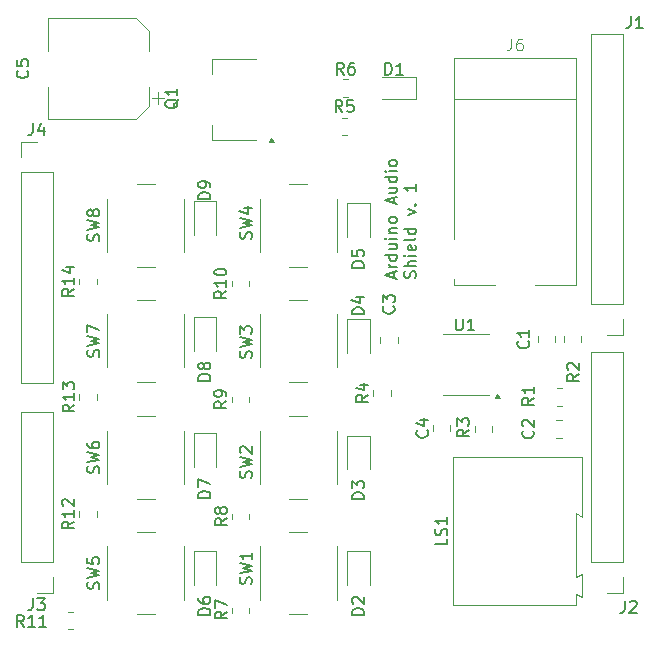
<source format=gbr>
%TF.GenerationSoftware,KiCad,Pcbnew,8.0.1*%
%TF.CreationDate,2024-04-15T20:54:24+02:00*%
%TF.ProjectId,Audio_shield,41756469-6f5f-4736-9869-656c642e6b69,rev?*%
%TF.SameCoordinates,Original*%
%TF.FileFunction,Legend,Top*%
%TF.FilePolarity,Positive*%
%FSLAX46Y46*%
G04 Gerber Fmt 4.6, Leading zero omitted, Abs format (unit mm)*
G04 Created by KiCad (PCBNEW 8.0.1) date 2024-04-15 20:54:24*
%MOMM*%
%LPD*%
G01*
G04 APERTURE LIST*
%ADD10C,0.200000*%
%ADD11C,0.150000*%
%ADD12C,0.100000*%
%ADD13C,0.120000*%
G04 APERTURE END LIST*
D10*
X176671560Y-85327945D02*
X176671560Y-84851755D01*
X176957275Y-85423183D02*
X175957275Y-85089850D01*
X175957275Y-85089850D02*
X176957275Y-84756517D01*
X176957275Y-84423183D02*
X176290608Y-84423183D01*
X176481084Y-84423183D02*
X176385846Y-84375564D01*
X176385846Y-84375564D02*
X176338227Y-84327945D01*
X176338227Y-84327945D02*
X176290608Y-84232707D01*
X176290608Y-84232707D02*
X176290608Y-84137469D01*
X176957275Y-83375564D02*
X175957275Y-83375564D01*
X176909656Y-83375564D02*
X176957275Y-83470802D01*
X176957275Y-83470802D02*
X176957275Y-83661278D01*
X176957275Y-83661278D02*
X176909656Y-83756516D01*
X176909656Y-83756516D02*
X176862036Y-83804135D01*
X176862036Y-83804135D02*
X176766798Y-83851754D01*
X176766798Y-83851754D02*
X176481084Y-83851754D01*
X176481084Y-83851754D02*
X176385846Y-83804135D01*
X176385846Y-83804135D02*
X176338227Y-83756516D01*
X176338227Y-83756516D02*
X176290608Y-83661278D01*
X176290608Y-83661278D02*
X176290608Y-83470802D01*
X176290608Y-83470802D02*
X176338227Y-83375564D01*
X176290608Y-82470802D02*
X176957275Y-82470802D01*
X176290608Y-82899373D02*
X176814417Y-82899373D01*
X176814417Y-82899373D02*
X176909656Y-82851754D01*
X176909656Y-82851754D02*
X176957275Y-82756516D01*
X176957275Y-82756516D02*
X176957275Y-82613659D01*
X176957275Y-82613659D02*
X176909656Y-82518421D01*
X176909656Y-82518421D02*
X176862036Y-82470802D01*
X176957275Y-81994611D02*
X176290608Y-81994611D01*
X175957275Y-81994611D02*
X176004894Y-82042230D01*
X176004894Y-82042230D02*
X176052513Y-81994611D01*
X176052513Y-81994611D02*
X176004894Y-81946992D01*
X176004894Y-81946992D02*
X175957275Y-81994611D01*
X175957275Y-81994611D02*
X176052513Y-81994611D01*
X176290608Y-81518421D02*
X176957275Y-81518421D01*
X176385846Y-81518421D02*
X176338227Y-81470802D01*
X176338227Y-81470802D02*
X176290608Y-81375564D01*
X176290608Y-81375564D02*
X176290608Y-81232707D01*
X176290608Y-81232707D02*
X176338227Y-81137469D01*
X176338227Y-81137469D02*
X176433465Y-81089850D01*
X176433465Y-81089850D02*
X176957275Y-81089850D01*
X176957275Y-80470802D02*
X176909656Y-80566040D01*
X176909656Y-80566040D02*
X176862036Y-80613659D01*
X176862036Y-80613659D02*
X176766798Y-80661278D01*
X176766798Y-80661278D02*
X176481084Y-80661278D01*
X176481084Y-80661278D02*
X176385846Y-80613659D01*
X176385846Y-80613659D02*
X176338227Y-80566040D01*
X176338227Y-80566040D02*
X176290608Y-80470802D01*
X176290608Y-80470802D02*
X176290608Y-80327945D01*
X176290608Y-80327945D02*
X176338227Y-80232707D01*
X176338227Y-80232707D02*
X176385846Y-80185088D01*
X176385846Y-80185088D02*
X176481084Y-80137469D01*
X176481084Y-80137469D02*
X176766798Y-80137469D01*
X176766798Y-80137469D02*
X176862036Y-80185088D01*
X176862036Y-80185088D02*
X176909656Y-80232707D01*
X176909656Y-80232707D02*
X176957275Y-80327945D01*
X176957275Y-80327945D02*
X176957275Y-80470802D01*
X176671560Y-78994611D02*
X176671560Y-78518421D01*
X176957275Y-79089849D02*
X175957275Y-78756516D01*
X175957275Y-78756516D02*
X176957275Y-78423183D01*
X176290608Y-77661278D02*
X176957275Y-77661278D01*
X176290608Y-78089849D02*
X176814417Y-78089849D01*
X176814417Y-78089849D02*
X176909656Y-78042230D01*
X176909656Y-78042230D02*
X176957275Y-77946992D01*
X176957275Y-77946992D02*
X176957275Y-77804135D01*
X176957275Y-77804135D02*
X176909656Y-77708897D01*
X176909656Y-77708897D02*
X176862036Y-77661278D01*
X176957275Y-76756516D02*
X175957275Y-76756516D01*
X176909656Y-76756516D02*
X176957275Y-76851754D01*
X176957275Y-76851754D02*
X176957275Y-77042230D01*
X176957275Y-77042230D02*
X176909656Y-77137468D01*
X176909656Y-77137468D02*
X176862036Y-77185087D01*
X176862036Y-77185087D02*
X176766798Y-77232706D01*
X176766798Y-77232706D02*
X176481084Y-77232706D01*
X176481084Y-77232706D02*
X176385846Y-77185087D01*
X176385846Y-77185087D02*
X176338227Y-77137468D01*
X176338227Y-77137468D02*
X176290608Y-77042230D01*
X176290608Y-77042230D02*
X176290608Y-76851754D01*
X176290608Y-76851754D02*
X176338227Y-76756516D01*
X176957275Y-76280325D02*
X176290608Y-76280325D01*
X175957275Y-76280325D02*
X176004894Y-76327944D01*
X176004894Y-76327944D02*
X176052513Y-76280325D01*
X176052513Y-76280325D02*
X176004894Y-76232706D01*
X176004894Y-76232706D02*
X175957275Y-76280325D01*
X175957275Y-76280325D02*
X176052513Y-76280325D01*
X176957275Y-75661278D02*
X176909656Y-75756516D01*
X176909656Y-75756516D02*
X176862036Y-75804135D01*
X176862036Y-75804135D02*
X176766798Y-75851754D01*
X176766798Y-75851754D02*
X176481084Y-75851754D01*
X176481084Y-75851754D02*
X176385846Y-75804135D01*
X176385846Y-75804135D02*
X176338227Y-75756516D01*
X176338227Y-75756516D02*
X176290608Y-75661278D01*
X176290608Y-75661278D02*
X176290608Y-75518421D01*
X176290608Y-75518421D02*
X176338227Y-75423183D01*
X176338227Y-75423183D02*
X176385846Y-75375564D01*
X176385846Y-75375564D02*
X176481084Y-75327945D01*
X176481084Y-75327945D02*
X176766798Y-75327945D01*
X176766798Y-75327945D02*
X176862036Y-75375564D01*
X176862036Y-75375564D02*
X176909656Y-75423183D01*
X176909656Y-75423183D02*
X176957275Y-75518421D01*
X176957275Y-75518421D02*
X176957275Y-75661278D01*
X178519600Y-85327945D02*
X178567219Y-85185088D01*
X178567219Y-85185088D02*
X178567219Y-84946993D01*
X178567219Y-84946993D02*
X178519600Y-84851755D01*
X178519600Y-84851755D02*
X178471980Y-84804136D01*
X178471980Y-84804136D02*
X178376742Y-84756517D01*
X178376742Y-84756517D02*
X178281504Y-84756517D01*
X178281504Y-84756517D02*
X178186266Y-84804136D01*
X178186266Y-84804136D02*
X178138647Y-84851755D01*
X178138647Y-84851755D02*
X178091028Y-84946993D01*
X178091028Y-84946993D02*
X178043409Y-85137469D01*
X178043409Y-85137469D02*
X177995790Y-85232707D01*
X177995790Y-85232707D02*
X177948171Y-85280326D01*
X177948171Y-85280326D02*
X177852933Y-85327945D01*
X177852933Y-85327945D02*
X177757695Y-85327945D01*
X177757695Y-85327945D02*
X177662457Y-85280326D01*
X177662457Y-85280326D02*
X177614838Y-85232707D01*
X177614838Y-85232707D02*
X177567219Y-85137469D01*
X177567219Y-85137469D02*
X177567219Y-84899374D01*
X177567219Y-84899374D02*
X177614838Y-84756517D01*
X178567219Y-84327945D02*
X177567219Y-84327945D01*
X178567219Y-83899374D02*
X178043409Y-83899374D01*
X178043409Y-83899374D02*
X177948171Y-83946993D01*
X177948171Y-83946993D02*
X177900552Y-84042231D01*
X177900552Y-84042231D02*
X177900552Y-84185088D01*
X177900552Y-84185088D02*
X177948171Y-84280326D01*
X177948171Y-84280326D02*
X177995790Y-84327945D01*
X178567219Y-83423183D02*
X177900552Y-83423183D01*
X177567219Y-83423183D02*
X177614838Y-83470802D01*
X177614838Y-83470802D02*
X177662457Y-83423183D01*
X177662457Y-83423183D02*
X177614838Y-83375564D01*
X177614838Y-83375564D02*
X177567219Y-83423183D01*
X177567219Y-83423183D02*
X177662457Y-83423183D01*
X178519600Y-82566041D02*
X178567219Y-82661279D01*
X178567219Y-82661279D02*
X178567219Y-82851755D01*
X178567219Y-82851755D02*
X178519600Y-82946993D01*
X178519600Y-82946993D02*
X178424361Y-82994612D01*
X178424361Y-82994612D02*
X178043409Y-82994612D01*
X178043409Y-82994612D02*
X177948171Y-82946993D01*
X177948171Y-82946993D02*
X177900552Y-82851755D01*
X177900552Y-82851755D02*
X177900552Y-82661279D01*
X177900552Y-82661279D02*
X177948171Y-82566041D01*
X177948171Y-82566041D02*
X178043409Y-82518422D01*
X178043409Y-82518422D02*
X178138647Y-82518422D01*
X178138647Y-82518422D02*
X178233885Y-82994612D01*
X178567219Y-81946993D02*
X178519600Y-82042231D01*
X178519600Y-82042231D02*
X178424361Y-82089850D01*
X178424361Y-82089850D02*
X177567219Y-82089850D01*
X178567219Y-81137469D02*
X177567219Y-81137469D01*
X178519600Y-81137469D02*
X178567219Y-81232707D01*
X178567219Y-81232707D02*
X178567219Y-81423183D01*
X178567219Y-81423183D02*
X178519600Y-81518421D01*
X178519600Y-81518421D02*
X178471980Y-81566040D01*
X178471980Y-81566040D02*
X178376742Y-81613659D01*
X178376742Y-81613659D02*
X178091028Y-81613659D01*
X178091028Y-81613659D02*
X177995790Y-81566040D01*
X177995790Y-81566040D02*
X177948171Y-81518421D01*
X177948171Y-81518421D02*
X177900552Y-81423183D01*
X177900552Y-81423183D02*
X177900552Y-81232707D01*
X177900552Y-81232707D02*
X177948171Y-81137469D01*
X177900552Y-79994611D02*
X178567219Y-79756516D01*
X178567219Y-79756516D02*
X177900552Y-79518421D01*
X178471980Y-79137468D02*
X178519600Y-79089849D01*
X178519600Y-79089849D02*
X178567219Y-79137468D01*
X178567219Y-79137468D02*
X178519600Y-79185087D01*
X178519600Y-79185087D02*
X178471980Y-79137468D01*
X178471980Y-79137468D02*
X178567219Y-79137468D01*
X178567219Y-77375564D02*
X178567219Y-77946992D01*
X178567219Y-77661278D02*
X177567219Y-77661278D01*
X177567219Y-77661278D02*
X177710076Y-77756516D01*
X177710076Y-77756516D02*
X177805314Y-77851754D01*
X177805314Y-77851754D02*
X177852933Y-77946992D01*
D11*
X164607200Y-102233332D02*
X164654819Y-102090475D01*
X164654819Y-102090475D02*
X164654819Y-101852380D01*
X164654819Y-101852380D02*
X164607200Y-101757142D01*
X164607200Y-101757142D02*
X164559580Y-101709523D01*
X164559580Y-101709523D02*
X164464342Y-101661904D01*
X164464342Y-101661904D02*
X164369104Y-101661904D01*
X164369104Y-101661904D02*
X164273866Y-101709523D01*
X164273866Y-101709523D02*
X164226247Y-101757142D01*
X164226247Y-101757142D02*
X164178628Y-101852380D01*
X164178628Y-101852380D02*
X164131009Y-102042856D01*
X164131009Y-102042856D02*
X164083390Y-102138094D01*
X164083390Y-102138094D02*
X164035771Y-102185713D01*
X164035771Y-102185713D02*
X163940533Y-102233332D01*
X163940533Y-102233332D02*
X163845295Y-102233332D01*
X163845295Y-102233332D02*
X163750057Y-102185713D01*
X163750057Y-102185713D02*
X163702438Y-102138094D01*
X163702438Y-102138094D02*
X163654819Y-102042856D01*
X163654819Y-102042856D02*
X163654819Y-101804761D01*
X163654819Y-101804761D02*
X163702438Y-101661904D01*
X163654819Y-101328570D02*
X164654819Y-101090475D01*
X164654819Y-101090475D02*
X163940533Y-100899999D01*
X163940533Y-100899999D02*
X164654819Y-100709523D01*
X164654819Y-100709523D02*
X163654819Y-100471428D01*
X163750057Y-100138094D02*
X163702438Y-100090475D01*
X163702438Y-100090475D02*
X163654819Y-99995237D01*
X163654819Y-99995237D02*
X163654819Y-99757142D01*
X163654819Y-99757142D02*
X163702438Y-99661904D01*
X163702438Y-99661904D02*
X163750057Y-99614285D01*
X163750057Y-99614285D02*
X163845295Y-99566666D01*
X163845295Y-99566666D02*
X163940533Y-99566666D01*
X163940533Y-99566666D02*
X164083390Y-99614285D01*
X164083390Y-99614285D02*
X164654819Y-100185713D01*
X164654819Y-100185713D02*
X164654819Y-99566666D01*
X149654819Y-96042857D02*
X149178628Y-96376190D01*
X149654819Y-96614285D02*
X148654819Y-96614285D01*
X148654819Y-96614285D02*
X148654819Y-96233333D01*
X148654819Y-96233333D02*
X148702438Y-96138095D01*
X148702438Y-96138095D02*
X148750057Y-96090476D01*
X148750057Y-96090476D02*
X148845295Y-96042857D01*
X148845295Y-96042857D02*
X148988152Y-96042857D01*
X148988152Y-96042857D02*
X149083390Y-96090476D01*
X149083390Y-96090476D02*
X149131009Y-96138095D01*
X149131009Y-96138095D02*
X149178628Y-96233333D01*
X149178628Y-96233333D02*
X149178628Y-96614285D01*
X149654819Y-95090476D02*
X149654819Y-95661904D01*
X149654819Y-95376190D02*
X148654819Y-95376190D01*
X148654819Y-95376190D02*
X148797676Y-95471428D01*
X148797676Y-95471428D02*
X148892914Y-95566666D01*
X148892914Y-95566666D02*
X148940533Y-95661904D01*
X148654819Y-94757142D02*
X148654819Y-94138095D01*
X148654819Y-94138095D02*
X149035771Y-94471428D01*
X149035771Y-94471428D02*
X149035771Y-94328571D01*
X149035771Y-94328571D02*
X149083390Y-94233333D01*
X149083390Y-94233333D02*
X149131009Y-94185714D01*
X149131009Y-94185714D02*
X149226247Y-94138095D01*
X149226247Y-94138095D02*
X149464342Y-94138095D01*
X149464342Y-94138095D02*
X149559580Y-94185714D01*
X149559580Y-94185714D02*
X149607200Y-94233333D01*
X149607200Y-94233333D02*
X149654819Y-94328571D01*
X149654819Y-94328571D02*
X149654819Y-94614285D01*
X149654819Y-94614285D02*
X149607200Y-94709523D01*
X149607200Y-94709523D02*
X149559580Y-94757142D01*
X188059580Y-90666666D02*
X188107200Y-90714285D01*
X188107200Y-90714285D02*
X188154819Y-90857142D01*
X188154819Y-90857142D02*
X188154819Y-90952380D01*
X188154819Y-90952380D02*
X188107200Y-91095237D01*
X188107200Y-91095237D02*
X188011961Y-91190475D01*
X188011961Y-91190475D02*
X187916723Y-91238094D01*
X187916723Y-91238094D02*
X187726247Y-91285713D01*
X187726247Y-91285713D02*
X187583390Y-91285713D01*
X187583390Y-91285713D02*
X187392914Y-91238094D01*
X187392914Y-91238094D02*
X187297676Y-91190475D01*
X187297676Y-91190475D02*
X187202438Y-91095237D01*
X187202438Y-91095237D02*
X187154819Y-90952380D01*
X187154819Y-90952380D02*
X187154819Y-90857142D01*
X187154819Y-90857142D02*
X187202438Y-90714285D01*
X187202438Y-90714285D02*
X187250057Y-90666666D01*
X188154819Y-89714285D02*
X188154819Y-90285713D01*
X188154819Y-89999999D02*
X187154819Y-89999999D01*
X187154819Y-89999999D02*
X187297676Y-90095237D01*
X187297676Y-90095237D02*
X187392914Y-90190475D01*
X187392914Y-90190475D02*
X187440533Y-90285713D01*
X174154819Y-113838094D02*
X173154819Y-113838094D01*
X173154819Y-113838094D02*
X173154819Y-113599999D01*
X173154819Y-113599999D02*
X173202438Y-113457142D01*
X173202438Y-113457142D02*
X173297676Y-113361904D01*
X173297676Y-113361904D02*
X173392914Y-113314285D01*
X173392914Y-113314285D02*
X173583390Y-113266666D01*
X173583390Y-113266666D02*
X173726247Y-113266666D01*
X173726247Y-113266666D02*
X173916723Y-113314285D01*
X173916723Y-113314285D02*
X174011961Y-113361904D01*
X174011961Y-113361904D02*
X174107200Y-113457142D01*
X174107200Y-113457142D02*
X174154819Y-113599999D01*
X174154819Y-113599999D02*
X174154819Y-113838094D01*
X173250057Y-112885713D02*
X173202438Y-112838094D01*
X173202438Y-112838094D02*
X173154819Y-112742856D01*
X173154819Y-112742856D02*
X173154819Y-112504761D01*
X173154819Y-112504761D02*
X173202438Y-112409523D01*
X173202438Y-112409523D02*
X173250057Y-112361904D01*
X173250057Y-112361904D02*
X173345295Y-112314285D01*
X173345295Y-112314285D02*
X173440533Y-112314285D01*
X173440533Y-112314285D02*
X173583390Y-112361904D01*
X173583390Y-112361904D02*
X174154819Y-112933332D01*
X174154819Y-112933332D02*
X174154819Y-112314285D01*
X174154819Y-88388094D02*
X173154819Y-88388094D01*
X173154819Y-88388094D02*
X173154819Y-88149999D01*
X173154819Y-88149999D02*
X173202438Y-88007142D01*
X173202438Y-88007142D02*
X173297676Y-87911904D01*
X173297676Y-87911904D02*
X173392914Y-87864285D01*
X173392914Y-87864285D02*
X173583390Y-87816666D01*
X173583390Y-87816666D02*
X173726247Y-87816666D01*
X173726247Y-87816666D02*
X173916723Y-87864285D01*
X173916723Y-87864285D02*
X174011961Y-87911904D01*
X174011961Y-87911904D02*
X174107200Y-88007142D01*
X174107200Y-88007142D02*
X174154819Y-88149999D01*
X174154819Y-88149999D02*
X174154819Y-88388094D01*
X173488152Y-86959523D02*
X174154819Y-86959523D01*
X173107200Y-87197618D02*
X173821485Y-87435713D01*
X173821485Y-87435713D02*
X173821485Y-86816666D01*
X172333333Y-71254819D02*
X172000000Y-70778628D01*
X171761905Y-71254819D02*
X171761905Y-70254819D01*
X171761905Y-70254819D02*
X172142857Y-70254819D01*
X172142857Y-70254819D02*
X172238095Y-70302438D01*
X172238095Y-70302438D02*
X172285714Y-70350057D01*
X172285714Y-70350057D02*
X172333333Y-70445295D01*
X172333333Y-70445295D02*
X172333333Y-70588152D01*
X172333333Y-70588152D02*
X172285714Y-70683390D01*
X172285714Y-70683390D02*
X172238095Y-70731009D01*
X172238095Y-70731009D02*
X172142857Y-70778628D01*
X172142857Y-70778628D02*
X171761905Y-70778628D01*
X173238095Y-70254819D02*
X172761905Y-70254819D01*
X172761905Y-70254819D02*
X172714286Y-70731009D01*
X172714286Y-70731009D02*
X172761905Y-70683390D01*
X172761905Y-70683390D02*
X172857143Y-70635771D01*
X172857143Y-70635771D02*
X173095238Y-70635771D01*
X173095238Y-70635771D02*
X173190476Y-70683390D01*
X173190476Y-70683390D02*
X173238095Y-70731009D01*
X173238095Y-70731009D02*
X173285714Y-70826247D01*
X173285714Y-70826247D02*
X173285714Y-71064342D01*
X173285714Y-71064342D02*
X173238095Y-71159580D01*
X173238095Y-71159580D02*
X173190476Y-71207200D01*
X173190476Y-71207200D02*
X173095238Y-71254819D01*
X173095238Y-71254819D02*
X172857143Y-71254819D01*
X172857143Y-71254819D02*
X172761905Y-71207200D01*
X172761905Y-71207200D02*
X172714286Y-71159580D01*
X162504819Y-95766666D02*
X162028628Y-96099999D01*
X162504819Y-96338094D02*
X161504819Y-96338094D01*
X161504819Y-96338094D02*
X161504819Y-95957142D01*
X161504819Y-95957142D02*
X161552438Y-95861904D01*
X161552438Y-95861904D02*
X161600057Y-95814285D01*
X161600057Y-95814285D02*
X161695295Y-95766666D01*
X161695295Y-95766666D02*
X161838152Y-95766666D01*
X161838152Y-95766666D02*
X161933390Y-95814285D01*
X161933390Y-95814285D02*
X161981009Y-95861904D01*
X161981009Y-95861904D02*
X162028628Y-95957142D01*
X162028628Y-95957142D02*
X162028628Y-96338094D01*
X162504819Y-95290475D02*
X162504819Y-95099999D01*
X162504819Y-95099999D02*
X162457200Y-95004761D01*
X162457200Y-95004761D02*
X162409580Y-94957142D01*
X162409580Y-94957142D02*
X162266723Y-94861904D01*
X162266723Y-94861904D02*
X162076247Y-94814285D01*
X162076247Y-94814285D02*
X161695295Y-94814285D01*
X161695295Y-94814285D02*
X161600057Y-94861904D01*
X161600057Y-94861904D02*
X161552438Y-94909523D01*
X161552438Y-94909523D02*
X161504819Y-95004761D01*
X161504819Y-95004761D02*
X161504819Y-95195237D01*
X161504819Y-95195237D02*
X161552438Y-95290475D01*
X161552438Y-95290475D02*
X161600057Y-95338094D01*
X161600057Y-95338094D02*
X161695295Y-95385713D01*
X161695295Y-95385713D02*
X161933390Y-95385713D01*
X161933390Y-95385713D02*
X162028628Y-95338094D01*
X162028628Y-95338094D02*
X162076247Y-95290475D01*
X162076247Y-95290475D02*
X162123866Y-95195237D01*
X162123866Y-95195237D02*
X162123866Y-95004761D01*
X162123866Y-95004761D02*
X162076247Y-94909523D01*
X162076247Y-94909523D02*
X162028628Y-94861904D01*
X162028628Y-94861904D02*
X161933390Y-94814285D01*
X164607200Y-111233332D02*
X164654819Y-111090475D01*
X164654819Y-111090475D02*
X164654819Y-110852380D01*
X164654819Y-110852380D02*
X164607200Y-110757142D01*
X164607200Y-110757142D02*
X164559580Y-110709523D01*
X164559580Y-110709523D02*
X164464342Y-110661904D01*
X164464342Y-110661904D02*
X164369104Y-110661904D01*
X164369104Y-110661904D02*
X164273866Y-110709523D01*
X164273866Y-110709523D02*
X164226247Y-110757142D01*
X164226247Y-110757142D02*
X164178628Y-110852380D01*
X164178628Y-110852380D02*
X164131009Y-111042856D01*
X164131009Y-111042856D02*
X164083390Y-111138094D01*
X164083390Y-111138094D02*
X164035771Y-111185713D01*
X164035771Y-111185713D02*
X163940533Y-111233332D01*
X163940533Y-111233332D02*
X163845295Y-111233332D01*
X163845295Y-111233332D02*
X163750057Y-111185713D01*
X163750057Y-111185713D02*
X163702438Y-111138094D01*
X163702438Y-111138094D02*
X163654819Y-111042856D01*
X163654819Y-111042856D02*
X163654819Y-110804761D01*
X163654819Y-110804761D02*
X163702438Y-110661904D01*
X163654819Y-110328570D02*
X164654819Y-110090475D01*
X164654819Y-110090475D02*
X163940533Y-109899999D01*
X163940533Y-109899999D02*
X164654819Y-109709523D01*
X164654819Y-109709523D02*
X163654819Y-109471428D01*
X164654819Y-108566666D02*
X164654819Y-109138094D01*
X164654819Y-108852380D02*
X163654819Y-108852380D01*
X163654819Y-108852380D02*
X163797676Y-108947618D01*
X163797676Y-108947618D02*
X163892914Y-109042856D01*
X163892914Y-109042856D02*
X163940533Y-109138094D01*
X149604819Y-105942857D02*
X149128628Y-106276190D01*
X149604819Y-106514285D02*
X148604819Y-106514285D01*
X148604819Y-106514285D02*
X148604819Y-106133333D01*
X148604819Y-106133333D02*
X148652438Y-106038095D01*
X148652438Y-106038095D02*
X148700057Y-105990476D01*
X148700057Y-105990476D02*
X148795295Y-105942857D01*
X148795295Y-105942857D02*
X148938152Y-105942857D01*
X148938152Y-105942857D02*
X149033390Y-105990476D01*
X149033390Y-105990476D02*
X149081009Y-106038095D01*
X149081009Y-106038095D02*
X149128628Y-106133333D01*
X149128628Y-106133333D02*
X149128628Y-106514285D01*
X149604819Y-104990476D02*
X149604819Y-105561904D01*
X149604819Y-105276190D02*
X148604819Y-105276190D01*
X148604819Y-105276190D02*
X148747676Y-105371428D01*
X148747676Y-105371428D02*
X148842914Y-105466666D01*
X148842914Y-105466666D02*
X148890533Y-105561904D01*
X148700057Y-104609523D02*
X148652438Y-104561904D01*
X148652438Y-104561904D02*
X148604819Y-104466666D01*
X148604819Y-104466666D02*
X148604819Y-104228571D01*
X148604819Y-104228571D02*
X148652438Y-104133333D01*
X148652438Y-104133333D02*
X148700057Y-104085714D01*
X148700057Y-104085714D02*
X148795295Y-104038095D01*
X148795295Y-104038095D02*
X148890533Y-104038095D01*
X148890533Y-104038095D02*
X149033390Y-104085714D01*
X149033390Y-104085714D02*
X149604819Y-104657142D01*
X149604819Y-104657142D02*
X149604819Y-104038095D01*
X164607200Y-81983332D02*
X164654819Y-81840475D01*
X164654819Y-81840475D02*
X164654819Y-81602380D01*
X164654819Y-81602380D02*
X164607200Y-81507142D01*
X164607200Y-81507142D02*
X164559580Y-81459523D01*
X164559580Y-81459523D02*
X164464342Y-81411904D01*
X164464342Y-81411904D02*
X164369104Y-81411904D01*
X164369104Y-81411904D02*
X164273866Y-81459523D01*
X164273866Y-81459523D02*
X164226247Y-81507142D01*
X164226247Y-81507142D02*
X164178628Y-81602380D01*
X164178628Y-81602380D02*
X164131009Y-81792856D01*
X164131009Y-81792856D02*
X164083390Y-81888094D01*
X164083390Y-81888094D02*
X164035771Y-81935713D01*
X164035771Y-81935713D02*
X163940533Y-81983332D01*
X163940533Y-81983332D02*
X163845295Y-81983332D01*
X163845295Y-81983332D02*
X163750057Y-81935713D01*
X163750057Y-81935713D02*
X163702438Y-81888094D01*
X163702438Y-81888094D02*
X163654819Y-81792856D01*
X163654819Y-81792856D02*
X163654819Y-81554761D01*
X163654819Y-81554761D02*
X163702438Y-81411904D01*
X163654819Y-81078570D02*
X164654819Y-80840475D01*
X164654819Y-80840475D02*
X163940533Y-80649999D01*
X163940533Y-80649999D02*
X164654819Y-80459523D01*
X164654819Y-80459523D02*
X163654819Y-80221428D01*
X163988152Y-79411904D02*
X164654819Y-79411904D01*
X163607200Y-79649999D02*
X164321485Y-79888094D01*
X164321485Y-79888094D02*
X164321485Y-79269047D01*
X176659580Y-87716666D02*
X176707200Y-87764285D01*
X176707200Y-87764285D02*
X176754819Y-87907142D01*
X176754819Y-87907142D02*
X176754819Y-88002380D01*
X176754819Y-88002380D02*
X176707200Y-88145237D01*
X176707200Y-88145237D02*
X176611961Y-88240475D01*
X176611961Y-88240475D02*
X176516723Y-88288094D01*
X176516723Y-88288094D02*
X176326247Y-88335713D01*
X176326247Y-88335713D02*
X176183390Y-88335713D01*
X176183390Y-88335713D02*
X175992914Y-88288094D01*
X175992914Y-88288094D02*
X175897676Y-88240475D01*
X175897676Y-88240475D02*
X175802438Y-88145237D01*
X175802438Y-88145237D02*
X175754819Y-88002380D01*
X175754819Y-88002380D02*
X175754819Y-87907142D01*
X175754819Y-87907142D02*
X175802438Y-87764285D01*
X175802438Y-87764285D02*
X175850057Y-87716666D01*
X175754819Y-87383332D02*
X175754819Y-86764285D01*
X175754819Y-86764285D02*
X176135771Y-87097618D01*
X176135771Y-87097618D02*
X176135771Y-86954761D01*
X176135771Y-86954761D02*
X176183390Y-86859523D01*
X176183390Y-86859523D02*
X176231009Y-86811904D01*
X176231009Y-86811904D02*
X176326247Y-86764285D01*
X176326247Y-86764285D02*
X176564342Y-86764285D01*
X176564342Y-86764285D02*
X176659580Y-86811904D01*
X176659580Y-86811904D02*
X176707200Y-86859523D01*
X176707200Y-86859523D02*
X176754819Y-86954761D01*
X176754819Y-86954761D02*
X176754819Y-87240475D01*
X176754819Y-87240475D02*
X176707200Y-87335713D01*
X176707200Y-87335713D02*
X176659580Y-87383332D01*
X192354819Y-93466666D02*
X191878628Y-93799999D01*
X192354819Y-94038094D02*
X191354819Y-94038094D01*
X191354819Y-94038094D02*
X191354819Y-93657142D01*
X191354819Y-93657142D02*
X191402438Y-93561904D01*
X191402438Y-93561904D02*
X191450057Y-93514285D01*
X191450057Y-93514285D02*
X191545295Y-93466666D01*
X191545295Y-93466666D02*
X191688152Y-93466666D01*
X191688152Y-93466666D02*
X191783390Y-93514285D01*
X191783390Y-93514285D02*
X191831009Y-93561904D01*
X191831009Y-93561904D02*
X191878628Y-93657142D01*
X191878628Y-93657142D02*
X191878628Y-94038094D01*
X191450057Y-93085713D02*
X191402438Y-93038094D01*
X191402438Y-93038094D02*
X191354819Y-92942856D01*
X191354819Y-92942856D02*
X191354819Y-92704761D01*
X191354819Y-92704761D02*
X191402438Y-92609523D01*
X191402438Y-92609523D02*
X191450057Y-92561904D01*
X191450057Y-92561904D02*
X191545295Y-92514285D01*
X191545295Y-92514285D02*
X191640533Y-92514285D01*
X191640533Y-92514285D02*
X191783390Y-92561904D01*
X191783390Y-92561904D02*
X192354819Y-93133332D01*
X192354819Y-93133332D02*
X192354819Y-92514285D01*
X145357142Y-114854819D02*
X145023809Y-114378628D01*
X144785714Y-114854819D02*
X144785714Y-113854819D01*
X144785714Y-113854819D02*
X145166666Y-113854819D01*
X145166666Y-113854819D02*
X145261904Y-113902438D01*
X145261904Y-113902438D02*
X145309523Y-113950057D01*
X145309523Y-113950057D02*
X145357142Y-114045295D01*
X145357142Y-114045295D02*
X145357142Y-114188152D01*
X145357142Y-114188152D02*
X145309523Y-114283390D01*
X145309523Y-114283390D02*
X145261904Y-114331009D01*
X145261904Y-114331009D02*
X145166666Y-114378628D01*
X145166666Y-114378628D02*
X144785714Y-114378628D01*
X146309523Y-114854819D02*
X145738095Y-114854819D01*
X146023809Y-114854819D02*
X146023809Y-113854819D01*
X146023809Y-113854819D02*
X145928571Y-113997676D01*
X145928571Y-113997676D02*
X145833333Y-114092914D01*
X145833333Y-114092914D02*
X145738095Y-114140533D01*
X147261904Y-114854819D02*
X146690476Y-114854819D01*
X146976190Y-114854819D02*
X146976190Y-113854819D01*
X146976190Y-113854819D02*
X146880952Y-113997676D01*
X146880952Y-113997676D02*
X146785714Y-114092914D01*
X146785714Y-114092914D02*
X146690476Y-114140533D01*
X161154819Y-103938094D02*
X160154819Y-103938094D01*
X160154819Y-103938094D02*
X160154819Y-103699999D01*
X160154819Y-103699999D02*
X160202438Y-103557142D01*
X160202438Y-103557142D02*
X160297676Y-103461904D01*
X160297676Y-103461904D02*
X160392914Y-103414285D01*
X160392914Y-103414285D02*
X160583390Y-103366666D01*
X160583390Y-103366666D02*
X160726247Y-103366666D01*
X160726247Y-103366666D02*
X160916723Y-103414285D01*
X160916723Y-103414285D02*
X161011961Y-103461904D01*
X161011961Y-103461904D02*
X161107200Y-103557142D01*
X161107200Y-103557142D02*
X161154819Y-103699999D01*
X161154819Y-103699999D02*
X161154819Y-103938094D01*
X160154819Y-103033332D02*
X160154819Y-102366666D01*
X160154819Y-102366666D02*
X161154819Y-102795237D01*
X151707200Y-111633332D02*
X151754819Y-111490475D01*
X151754819Y-111490475D02*
X151754819Y-111252380D01*
X151754819Y-111252380D02*
X151707200Y-111157142D01*
X151707200Y-111157142D02*
X151659580Y-111109523D01*
X151659580Y-111109523D02*
X151564342Y-111061904D01*
X151564342Y-111061904D02*
X151469104Y-111061904D01*
X151469104Y-111061904D02*
X151373866Y-111109523D01*
X151373866Y-111109523D02*
X151326247Y-111157142D01*
X151326247Y-111157142D02*
X151278628Y-111252380D01*
X151278628Y-111252380D02*
X151231009Y-111442856D01*
X151231009Y-111442856D02*
X151183390Y-111538094D01*
X151183390Y-111538094D02*
X151135771Y-111585713D01*
X151135771Y-111585713D02*
X151040533Y-111633332D01*
X151040533Y-111633332D02*
X150945295Y-111633332D01*
X150945295Y-111633332D02*
X150850057Y-111585713D01*
X150850057Y-111585713D02*
X150802438Y-111538094D01*
X150802438Y-111538094D02*
X150754819Y-111442856D01*
X150754819Y-111442856D02*
X150754819Y-111204761D01*
X150754819Y-111204761D02*
X150802438Y-111061904D01*
X150754819Y-110728570D02*
X151754819Y-110490475D01*
X151754819Y-110490475D02*
X151040533Y-110299999D01*
X151040533Y-110299999D02*
X151754819Y-110109523D01*
X151754819Y-110109523D02*
X150754819Y-109871428D01*
X150754819Y-109014285D02*
X150754819Y-109490475D01*
X150754819Y-109490475D02*
X151231009Y-109538094D01*
X151231009Y-109538094D02*
X151183390Y-109490475D01*
X151183390Y-109490475D02*
X151135771Y-109395237D01*
X151135771Y-109395237D02*
X151135771Y-109157142D01*
X151135771Y-109157142D02*
X151183390Y-109061904D01*
X151183390Y-109061904D02*
X151231009Y-109014285D01*
X151231009Y-109014285D02*
X151326247Y-108966666D01*
X151326247Y-108966666D02*
X151564342Y-108966666D01*
X151564342Y-108966666D02*
X151659580Y-109014285D01*
X151659580Y-109014285D02*
X151707200Y-109061904D01*
X151707200Y-109061904D02*
X151754819Y-109157142D01*
X151754819Y-109157142D02*
X151754819Y-109395237D01*
X151754819Y-109395237D02*
X151707200Y-109490475D01*
X151707200Y-109490475D02*
X151659580Y-109538094D01*
X161154819Y-113838094D02*
X160154819Y-113838094D01*
X160154819Y-113838094D02*
X160154819Y-113599999D01*
X160154819Y-113599999D02*
X160202438Y-113457142D01*
X160202438Y-113457142D02*
X160297676Y-113361904D01*
X160297676Y-113361904D02*
X160392914Y-113314285D01*
X160392914Y-113314285D02*
X160583390Y-113266666D01*
X160583390Y-113266666D02*
X160726247Y-113266666D01*
X160726247Y-113266666D02*
X160916723Y-113314285D01*
X160916723Y-113314285D02*
X161011961Y-113361904D01*
X161011961Y-113361904D02*
X161107200Y-113457142D01*
X161107200Y-113457142D02*
X161154819Y-113599999D01*
X161154819Y-113599999D02*
X161154819Y-113838094D01*
X160154819Y-112409523D02*
X160154819Y-112599999D01*
X160154819Y-112599999D02*
X160202438Y-112695237D01*
X160202438Y-112695237D02*
X160250057Y-112742856D01*
X160250057Y-112742856D02*
X160392914Y-112838094D01*
X160392914Y-112838094D02*
X160583390Y-112885713D01*
X160583390Y-112885713D02*
X160964342Y-112885713D01*
X160964342Y-112885713D02*
X161059580Y-112838094D01*
X161059580Y-112838094D02*
X161107200Y-112790475D01*
X161107200Y-112790475D02*
X161154819Y-112695237D01*
X161154819Y-112695237D02*
X161154819Y-112504761D01*
X161154819Y-112504761D02*
X161107200Y-112409523D01*
X161107200Y-112409523D02*
X161059580Y-112361904D01*
X161059580Y-112361904D02*
X160964342Y-112314285D01*
X160964342Y-112314285D02*
X160726247Y-112314285D01*
X160726247Y-112314285D02*
X160631009Y-112361904D01*
X160631009Y-112361904D02*
X160583390Y-112409523D01*
X160583390Y-112409523D02*
X160535771Y-112504761D01*
X160535771Y-112504761D02*
X160535771Y-112695237D01*
X160535771Y-112695237D02*
X160583390Y-112790475D01*
X160583390Y-112790475D02*
X160631009Y-112838094D01*
X160631009Y-112838094D02*
X160726247Y-112885713D01*
X183054819Y-98166666D02*
X182578628Y-98499999D01*
X183054819Y-98738094D02*
X182054819Y-98738094D01*
X182054819Y-98738094D02*
X182054819Y-98357142D01*
X182054819Y-98357142D02*
X182102438Y-98261904D01*
X182102438Y-98261904D02*
X182150057Y-98214285D01*
X182150057Y-98214285D02*
X182245295Y-98166666D01*
X182245295Y-98166666D02*
X182388152Y-98166666D01*
X182388152Y-98166666D02*
X182483390Y-98214285D01*
X182483390Y-98214285D02*
X182531009Y-98261904D01*
X182531009Y-98261904D02*
X182578628Y-98357142D01*
X182578628Y-98357142D02*
X182578628Y-98738094D01*
X182054819Y-97833332D02*
X182054819Y-97214285D01*
X182054819Y-97214285D02*
X182435771Y-97547618D01*
X182435771Y-97547618D02*
X182435771Y-97404761D01*
X182435771Y-97404761D02*
X182483390Y-97309523D01*
X182483390Y-97309523D02*
X182531009Y-97261904D01*
X182531009Y-97261904D02*
X182626247Y-97214285D01*
X182626247Y-97214285D02*
X182864342Y-97214285D01*
X182864342Y-97214285D02*
X182959580Y-97261904D01*
X182959580Y-97261904D02*
X183007200Y-97309523D01*
X183007200Y-97309523D02*
X183054819Y-97404761D01*
X183054819Y-97404761D02*
X183054819Y-97690475D01*
X183054819Y-97690475D02*
X183007200Y-97785713D01*
X183007200Y-97785713D02*
X182959580Y-97833332D01*
X196266666Y-112654819D02*
X196266666Y-113369104D01*
X196266666Y-113369104D02*
X196219047Y-113511961D01*
X196219047Y-113511961D02*
X196123809Y-113607200D01*
X196123809Y-113607200D02*
X195980952Y-113654819D01*
X195980952Y-113654819D02*
X195885714Y-113654819D01*
X196695238Y-112750057D02*
X196742857Y-112702438D01*
X196742857Y-112702438D02*
X196838095Y-112654819D01*
X196838095Y-112654819D02*
X197076190Y-112654819D01*
X197076190Y-112654819D02*
X197171428Y-112702438D01*
X197171428Y-112702438D02*
X197219047Y-112750057D01*
X197219047Y-112750057D02*
X197266666Y-112845295D01*
X197266666Y-112845295D02*
X197266666Y-112940533D01*
X197266666Y-112940533D02*
X197219047Y-113083390D01*
X197219047Y-113083390D02*
X196647619Y-113654819D01*
X196647619Y-113654819D02*
X197266666Y-113654819D01*
X151707200Y-91983332D02*
X151754819Y-91840475D01*
X151754819Y-91840475D02*
X151754819Y-91602380D01*
X151754819Y-91602380D02*
X151707200Y-91507142D01*
X151707200Y-91507142D02*
X151659580Y-91459523D01*
X151659580Y-91459523D02*
X151564342Y-91411904D01*
X151564342Y-91411904D02*
X151469104Y-91411904D01*
X151469104Y-91411904D02*
X151373866Y-91459523D01*
X151373866Y-91459523D02*
X151326247Y-91507142D01*
X151326247Y-91507142D02*
X151278628Y-91602380D01*
X151278628Y-91602380D02*
X151231009Y-91792856D01*
X151231009Y-91792856D02*
X151183390Y-91888094D01*
X151183390Y-91888094D02*
X151135771Y-91935713D01*
X151135771Y-91935713D02*
X151040533Y-91983332D01*
X151040533Y-91983332D02*
X150945295Y-91983332D01*
X150945295Y-91983332D02*
X150850057Y-91935713D01*
X150850057Y-91935713D02*
X150802438Y-91888094D01*
X150802438Y-91888094D02*
X150754819Y-91792856D01*
X150754819Y-91792856D02*
X150754819Y-91554761D01*
X150754819Y-91554761D02*
X150802438Y-91411904D01*
X150754819Y-91078570D02*
X151754819Y-90840475D01*
X151754819Y-90840475D02*
X151040533Y-90649999D01*
X151040533Y-90649999D02*
X151754819Y-90459523D01*
X151754819Y-90459523D02*
X150754819Y-90221428D01*
X150754819Y-89935713D02*
X150754819Y-89269047D01*
X150754819Y-89269047D02*
X151754819Y-89697618D01*
X162554819Y-113566666D02*
X162078628Y-113899999D01*
X162554819Y-114138094D02*
X161554819Y-114138094D01*
X161554819Y-114138094D02*
X161554819Y-113757142D01*
X161554819Y-113757142D02*
X161602438Y-113661904D01*
X161602438Y-113661904D02*
X161650057Y-113614285D01*
X161650057Y-113614285D02*
X161745295Y-113566666D01*
X161745295Y-113566666D02*
X161888152Y-113566666D01*
X161888152Y-113566666D02*
X161983390Y-113614285D01*
X161983390Y-113614285D02*
X162031009Y-113661904D01*
X162031009Y-113661904D02*
X162078628Y-113757142D01*
X162078628Y-113757142D02*
X162078628Y-114138094D01*
X161554819Y-113233332D02*
X161554819Y-112566666D01*
X161554819Y-112566666D02*
X162554819Y-112995237D01*
X149604819Y-86242857D02*
X149128628Y-86576190D01*
X149604819Y-86814285D02*
X148604819Y-86814285D01*
X148604819Y-86814285D02*
X148604819Y-86433333D01*
X148604819Y-86433333D02*
X148652438Y-86338095D01*
X148652438Y-86338095D02*
X148700057Y-86290476D01*
X148700057Y-86290476D02*
X148795295Y-86242857D01*
X148795295Y-86242857D02*
X148938152Y-86242857D01*
X148938152Y-86242857D02*
X149033390Y-86290476D01*
X149033390Y-86290476D02*
X149081009Y-86338095D01*
X149081009Y-86338095D02*
X149128628Y-86433333D01*
X149128628Y-86433333D02*
X149128628Y-86814285D01*
X149604819Y-85290476D02*
X149604819Y-85861904D01*
X149604819Y-85576190D02*
X148604819Y-85576190D01*
X148604819Y-85576190D02*
X148747676Y-85671428D01*
X148747676Y-85671428D02*
X148842914Y-85766666D01*
X148842914Y-85766666D02*
X148890533Y-85861904D01*
X148938152Y-84433333D02*
X149604819Y-84433333D01*
X148557200Y-84671428D02*
X149271485Y-84909523D01*
X149271485Y-84909523D02*
X149271485Y-84290476D01*
X151707200Y-101833332D02*
X151754819Y-101690475D01*
X151754819Y-101690475D02*
X151754819Y-101452380D01*
X151754819Y-101452380D02*
X151707200Y-101357142D01*
X151707200Y-101357142D02*
X151659580Y-101309523D01*
X151659580Y-101309523D02*
X151564342Y-101261904D01*
X151564342Y-101261904D02*
X151469104Y-101261904D01*
X151469104Y-101261904D02*
X151373866Y-101309523D01*
X151373866Y-101309523D02*
X151326247Y-101357142D01*
X151326247Y-101357142D02*
X151278628Y-101452380D01*
X151278628Y-101452380D02*
X151231009Y-101642856D01*
X151231009Y-101642856D02*
X151183390Y-101738094D01*
X151183390Y-101738094D02*
X151135771Y-101785713D01*
X151135771Y-101785713D02*
X151040533Y-101833332D01*
X151040533Y-101833332D02*
X150945295Y-101833332D01*
X150945295Y-101833332D02*
X150850057Y-101785713D01*
X150850057Y-101785713D02*
X150802438Y-101738094D01*
X150802438Y-101738094D02*
X150754819Y-101642856D01*
X150754819Y-101642856D02*
X150754819Y-101404761D01*
X150754819Y-101404761D02*
X150802438Y-101261904D01*
X150754819Y-100928570D02*
X151754819Y-100690475D01*
X151754819Y-100690475D02*
X151040533Y-100499999D01*
X151040533Y-100499999D02*
X151754819Y-100309523D01*
X151754819Y-100309523D02*
X150754819Y-100071428D01*
X150754819Y-99261904D02*
X150754819Y-99452380D01*
X150754819Y-99452380D02*
X150802438Y-99547618D01*
X150802438Y-99547618D02*
X150850057Y-99595237D01*
X150850057Y-99595237D02*
X150992914Y-99690475D01*
X150992914Y-99690475D02*
X151183390Y-99738094D01*
X151183390Y-99738094D02*
X151564342Y-99738094D01*
X151564342Y-99738094D02*
X151659580Y-99690475D01*
X151659580Y-99690475D02*
X151707200Y-99642856D01*
X151707200Y-99642856D02*
X151754819Y-99547618D01*
X151754819Y-99547618D02*
X151754819Y-99357142D01*
X151754819Y-99357142D02*
X151707200Y-99261904D01*
X151707200Y-99261904D02*
X151659580Y-99214285D01*
X151659580Y-99214285D02*
X151564342Y-99166666D01*
X151564342Y-99166666D02*
X151326247Y-99166666D01*
X151326247Y-99166666D02*
X151231009Y-99214285D01*
X151231009Y-99214285D02*
X151183390Y-99261904D01*
X151183390Y-99261904D02*
X151135771Y-99357142D01*
X151135771Y-99357142D02*
X151135771Y-99547618D01*
X151135771Y-99547618D02*
X151183390Y-99642856D01*
X151183390Y-99642856D02*
X151231009Y-99690475D01*
X151231009Y-99690475D02*
X151326247Y-99738094D01*
X164607200Y-92083332D02*
X164654819Y-91940475D01*
X164654819Y-91940475D02*
X164654819Y-91702380D01*
X164654819Y-91702380D02*
X164607200Y-91607142D01*
X164607200Y-91607142D02*
X164559580Y-91559523D01*
X164559580Y-91559523D02*
X164464342Y-91511904D01*
X164464342Y-91511904D02*
X164369104Y-91511904D01*
X164369104Y-91511904D02*
X164273866Y-91559523D01*
X164273866Y-91559523D02*
X164226247Y-91607142D01*
X164226247Y-91607142D02*
X164178628Y-91702380D01*
X164178628Y-91702380D02*
X164131009Y-91892856D01*
X164131009Y-91892856D02*
X164083390Y-91988094D01*
X164083390Y-91988094D02*
X164035771Y-92035713D01*
X164035771Y-92035713D02*
X163940533Y-92083332D01*
X163940533Y-92083332D02*
X163845295Y-92083332D01*
X163845295Y-92083332D02*
X163750057Y-92035713D01*
X163750057Y-92035713D02*
X163702438Y-91988094D01*
X163702438Y-91988094D02*
X163654819Y-91892856D01*
X163654819Y-91892856D02*
X163654819Y-91654761D01*
X163654819Y-91654761D02*
X163702438Y-91511904D01*
X163654819Y-91178570D02*
X164654819Y-90940475D01*
X164654819Y-90940475D02*
X163940533Y-90749999D01*
X163940533Y-90749999D02*
X164654819Y-90559523D01*
X164654819Y-90559523D02*
X163654819Y-90321428D01*
X163654819Y-90035713D02*
X163654819Y-89416666D01*
X163654819Y-89416666D02*
X164035771Y-89749999D01*
X164035771Y-89749999D02*
X164035771Y-89607142D01*
X164035771Y-89607142D02*
X164083390Y-89511904D01*
X164083390Y-89511904D02*
X164131009Y-89464285D01*
X164131009Y-89464285D02*
X164226247Y-89416666D01*
X164226247Y-89416666D02*
X164464342Y-89416666D01*
X164464342Y-89416666D02*
X164559580Y-89464285D01*
X164559580Y-89464285D02*
X164607200Y-89511904D01*
X164607200Y-89511904D02*
X164654819Y-89607142D01*
X164654819Y-89607142D02*
X164654819Y-89892856D01*
X164654819Y-89892856D02*
X164607200Y-89988094D01*
X164607200Y-89988094D02*
X164559580Y-90035713D01*
X174504819Y-95216666D02*
X174028628Y-95549999D01*
X174504819Y-95788094D02*
X173504819Y-95788094D01*
X173504819Y-95788094D02*
X173504819Y-95407142D01*
X173504819Y-95407142D02*
X173552438Y-95311904D01*
X173552438Y-95311904D02*
X173600057Y-95264285D01*
X173600057Y-95264285D02*
X173695295Y-95216666D01*
X173695295Y-95216666D02*
X173838152Y-95216666D01*
X173838152Y-95216666D02*
X173933390Y-95264285D01*
X173933390Y-95264285D02*
X173981009Y-95311904D01*
X173981009Y-95311904D02*
X174028628Y-95407142D01*
X174028628Y-95407142D02*
X174028628Y-95788094D01*
X173838152Y-94359523D02*
X174504819Y-94359523D01*
X173457200Y-94597618D02*
X174171485Y-94835713D01*
X174171485Y-94835713D02*
X174171485Y-94216666D01*
X196766666Y-63154819D02*
X196766666Y-63869104D01*
X196766666Y-63869104D02*
X196719047Y-64011961D01*
X196719047Y-64011961D02*
X196623809Y-64107200D01*
X196623809Y-64107200D02*
X196480952Y-64154819D01*
X196480952Y-64154819D02*
X196385714Y-64154819D01*
X197766666Y-64154819D02*
X197195238Y-64154819D01*
X197480952Y-64154819D02*
X197480952Y-63154819D01*
X197480952Y-63154819D02*
X197385714Y-63297676D01*
X197385714Y-63297676D02*
X197290476Y-63392914D01*
X197290476Y-63392914D02*
X197195238Y-63440533D01*
X175961905Y-68104819D02*
X175961905Y-67104819D01*
X175961905Y-67104819D02*
X176200000Y-67104819D01*
X176200000Y-67104819D02*
X176342857Y-67152438D01*
X176342857Y-67152438D02*
X176438095Y-67247676D01*
X176438095Y-67247676D02*
X176485714Y-67342914D01*
X176485714Y-67342914D02*
X176533333Y-67533390D01*
X176533333Y-67533390D02*
X176533333Y-67676247D01*
X176533333Y-67676247D02*
X176485714Y-67866723D01*
X176485714Y-67866723D02*
X176438095Y-67961961D01*
X176438095Y-67961961D02*
X176342857Y-68057200D01*
X176342857Y-68057200D02*
X176200000Y-68104819D01*
X176200000Y-68104819D02*
X175961905Y-68104819D01*
X177485714Y-68104819D02*
X176914286Y-68104819D01*
X177200000Y-68104819D02*
X177200000Y-67104819D01*
X177200000Y-67104819D02*
X177104762Y-67247676D01*
X177104762Y-67247676D02*
X177009524Y-67342914D01*
X177009524Y-67342914D02*
X176914286Y-67390533D01*
X174154819Y-84438094D02*
X173154819Y-84438094D01*
X173154819Y-84438094D02*
X173154819Y-84199999D01*
X173154819Y-84199999D02*
X173202438Y-84057142D01*
X173202438Y-84057142D02*
X173297676Y-83961904D01*
X173297676Y-83961904D02*
X173392914Y-83914285D01*
X173392914Y-83914285D02*
X173583390Y-83866666D01*
X173583390Y-83866666D02*
X173726247Y-83866666D01*
X173726247Y-83866666D02*
X173916723Y-83914285D01*
X173916723Y-83914285D02*
X174011961Y-83961904D01*
X174011961Y-83961904D02*
X174107200Y-84057142D01*
X174107200Y-84057142D02*
X174154819Y-84199999D01*
X174154819Y-84199999D02*
X174154819Y-84438094D01*
X173154819Y-82961904D02*
X173154819Y-83438094D01*
X173154819Y-83438094D02*
X173631009Y-83485713D01*
X173631009Y-83485713D02*
X173583390Y-83438094D01*
X173583390Y-83438094D02*
X173535771Y-83342856D01*
X173535771Y-83342856D02*
X173535771Y-83104761D01*
X173535771Y-83104761D02*
X173583390Y-83009523D01*
X173583390Y-83009523D02*
X173631009Y-82961904D01*
X173631009Y-82961904D02*
X173726247Y-82914285D01*
X173726247Y-82914285D02*
X173964342Y-82914285D01*
X173964342Y-82914285D02*
X174059580Y-82961904D01*
X174059580Y-82961904D02*
X174107200Y-83009523D01*
X174107200Y-83009523D02*
X174154819Y-83104761D01*
X174154819Y-83104761D02*
X174154819Y-83342856D01*
X174154819Y-83342856D02*
X174107200Y-83438094D01*
X174107200Y-83438094D02*
X174059580Y-83485713D01*
X151707200Y-82183332D02*
X151754819Y-82040475D01*
X151754819Y-82040475D02*
X151754819Y-81802380D01*
X151754819Y-81802380D02*
X151707200Y-81707142D01*
X151707200Y-81707142D02*
X151659580Y-81659523D01*
X151659580Y-81659523D02*
X151564342Y-81611904D01*
X151564342Y-81611904D02*
X151469104Y-81611904D01*
X151469104Y-81611904D02*
X151373866Y-81659523D01*
X151373866Y-81659523D02*
X151326247Y-81707142D01*
X151326247Y-81707142D02*
X151278628Y-81802380D01*
X151278628Y-81802380D02*
X151231009Y-81992856D01*
X151231009Y-81992856D02*
X151183390Y-82088094D01*
X151183390Y-82088094D02*
X151135771Y-82135713D01*
X151135771Y-82135713D02*
X151040533Y-82183332D01*
X151040533Y-82183332D02*
X150945295Y-82183332D01*
X150945295Y-82183332D02*
X150850057Y-82135713D01*
X150850057Y-82135713D02*
X150802438Y-82088094D01*
X150802438Y-82088094D02*
X150754819Y-81992856D01*
X150754819Y-81992856D02*
X150754819Y-81754761D01*
X150754819Y-81754761D02*
X150802438Y-81611904D01*
X150754819Y-81278570D02*
X151754819Y-81040475D01*
X151754819Y-81040475D02*
X151040533Y-80849999D01*
X151040533Y-80849999D02*
X151754819Y-80659523D01*
X151754819Y-80659523D02*
X150754819Y-80421428D01*
X151183390Y-79897618D02*
X151135771Y-79992856D01*
X151135771Y-79992856D02*
X151088152Y-80040475D01*
X151088152Y-80040475D02*
X150992914Y-80088094D01*
X150992914Y-80088094D02*
X150945295Y-80088094D01*
X150945295Y-80088094D02*
X150850057Y-80040475D01*
X150850057Y-80040475D02*
X150802438Y-79992856D01*
X150802438Y-79992856D02*
X150754819Y-79897618D01*
X150754819Y-79897618D02*
X150754819Y-79707142D01*
X150754819Y-79707142D02*
X150802438Y-79611904D01*
X150802438Y-79611904D02*
X150850057Y-79564285D01*
X150850057Y-79564285D02*
X150945295Y-79516666D01*
X150945295Y-79516666D02*
X150992914Y-79516666D01*
X150992914Y-79516666D02*
X151088152Y-79564285D01*
X151088152Y-79564285D02*
X151135771Y-79611904D01*
X151135771Y-79611904D02*
X151183390Y-79707142D01*
X151183390Y-79707142D02*
X151183390Y-79897618D01*
X151183390Y-79897618D02*
X151231009Y-79992856D01*
X151231009Y-79992856D02*
X151278628Y-80040475D01*
X151278628Y-80040475D02*
X151373866Y-80088094D01*
X151373866Y-80088094D02*
X151564342Y-80088094D01*
X151564342Y-80088094D02*
X151659580Y-80040475D01*
X151659580Y-80040475D02*
X151707200Y-79992856D01*
X151707200Y-79992856D02*
X151754819Y-79897618D01*
X151754819Y-79897618D02*
X151754819Y-79707142D01*
X151754819Y-79707142D02*
X151707200Y-79611904D01*
X151707200Y-79611904D02*
X151659580Y-79564285D01*
X151659580Y-79564285D02*
X151564342Y-79516666D01*
X151564342Y-79516666D02*
X151373866Y-79516666D01*
X151373866Y-79516666D02*
X151278628Y-79564285D01*
X151278628Y-79564285D02*
X151231009Y-79611904D01*
X151231009Y-79611904D02*
X151183390Y-79707142D01*
X188554819Y-95466666D02*
X188078628Y-95799999D01*
X188554819Y-96038094D02*
X187554819Y-96038094D01*
X187554819Y-96038094D02*
X187554819Y-95657142D01*
X187554819Y-95657142D02*
X187602438Y-95561904D01*
X187602438Y-95561904D02*
X187650057Y-95514285D01*
X187650057Y-95514285D02*
X187745295Y-95466666D01*
X187745295Y-95466666D02*
X187888152Y-95466666D01*
X187888152Y-95466666D02*
X187983390Y-95514285D01*
X187983390Y-95514285D02*
X188031009Y-95561904D01*
X188031009Y-95561904D02*
X188078628Y-95657142D01*
X188078628Y-95657142D02*
X188078628Y-96038094D01*
X188554819Y-94514285D02*
X188554819Y-95085713D01*
X188554819Y-94799999D02*
X187554819Y-94799999D01*
X187554819Y-94799999D02*
X187697676Y-94895237D01*
X187697676Y-94895237D02*
X187792914Y-94990475D01*
X187792914Y-94990475D02*
X187840533Y-95085713D01*
X179509580Y-98216666D02*
X179557200Y-98264285D01*
X179557200Y-98264285D02*
X179604819Y-98407142D01*
X179604819Y-98407142D02*
X179604819Y-98502380D01*
X179604819Y-98502380D02*
X179557200Y-98645237D01*
X179557200Y-98645237D02*
X179461961Y-98740475D01*
X179461961Y-98740475D02*
X179366723Y-98788094D01*
X179366723Y-98788094D02*
X179176247Y-98835713D01*
X179176247Y-98835713D02*
X179033390Y-98835713D01*
X179033390Y-98835713D02*
X178842914Y-98788094D01*
X178842914Y-98788094D02*
X178747676Y-98740475D01*
X178747676Y-98740475D02*
X178652438Y-98645237D01*
X178652438Y-98645237D02*
X178604819Y-98502380D01*
X178604819Y-98502380D02*
X178604819Y-98407142D01*
X178604819Y-98407142D02*
X178652438Y-98264285D01*
X178652438Y-98264285D02*
X178700057Y-98216666D01*
X178938152Y-97359523D02*
X179604819Y-97359523D01*
X178557200Y-97597618D02*
X179271485Y-97835713D01*
X179271485Y-97835713D02*
X179271485Y-97216666D01*
X161154819Y-94010594D02*
X160154819Y-94010594D01*
X160154819Y-94010594D02*
X160154819Y-93772499D01*
X160154819Y-93772499D02*
X160202438Y-93629642D01*
X160202438Y-93629642D02*
X160297676Y-93534404D01*
X160297676Y-93534404D02*
X160392914Y-93486785D01*
X160392914Y-93486785D02*
X160583390Y-93439166D01*
X160583390Y-93439166D02*
X160726247Y-93439166D01*
X160726247Y-93439166D02*
X160916723Y-93486785D01*
X160916723Y-93486785D02*
X161011961Y-93534404D01*
X161011961Y-93534404D02*
X161107200Y-93629642D01*
X161107200Y-93629642D02*
X161154819Y-93772499D01*
X161154819Y-93772499D02*
X161154819Y-94010594D01*
X160583390Y-92867737D02*
X160535771Y-92962975D01*
X160535771Y-92962975D02*
X160488152Y-93010594D01*
X160488152Y-93010594D02*
X160392914Y-93058213D01*
X160392914Y-93058213D02*
X160345295Y-93058213D01*
X160345295Y-93058213D02*
X160250057Y-93010594D01*
X160250057Y-93010594D02*
X160202438Y-92962975D01*
X160202438Y-92962975D02*
X160154819Y-92867737D01*
X160154819Y-92867737D02*
X160154819Y-92677261D01*
X160154819Y-92677261D02*
X160202438Y-92582023D01*
X160202438Y-92582023D02*
X160250057Y-92534404D01*
X160250057Y-92534404D02*
X160345295Y-92486785D01*
X160345295Y-92486785D02*
X160392914Y-92486785D01*
X160392914Y-92486785D02*
X160488152Y-92534404D01*
X160488152Y-92534404D02*
X160535771Y-92582023D01*
X160535771Y-92582023D02*
X160583390Y-92677261D01*
X160583390Y-92677261D02*
X160583390Y-92867737D01*
X160583390Y-92867737D02*
X160631009Y-92962975D01*
X160631009Y-92962975D02*
X160678628Y-93010594D01*
X160678628Y-93010594D02*
X160773866Y-93058213D01*
X160773866Y-93058213D02*
X160964342Y-93058213D01*
X160964342Y-93058213D02*
X161059580Y-93010594D01*
X161059580Y-93010594D02*
X161107200Y-92962975D01*
X161107200Y-92962975D02*
X161154819Y-92867737D01*
X161154819Y-92867737D02*
X161154819Y-92677261D01*
X161154819Y-92677261D02*
X161107200Y-92582023D01*
X161107200Y-92582023D02*
X161059580Y-92534404D01*
X161059580Y-92534404D02*
X160964342Y-92486785D01*
X160964342Y-92486785D02*
X160773866Y-92486785D01*
X160773866Y-92486785D02*
X160678628Y-92534404D01*
X160678628Y-92534404D02*
X160631009Y-92582023D01*
X160631009Y-92582023D02*
X160583390Y-92677261D01*
X188459580Y-98266666D02*
X188507200Y-98314285D01*
X188507200Y-98314285D02*
X188554819Y-98457142D01*
X188554819Y-98457142D02*
X188554819Y-98552380D01*
X188554819Y-98552380D02*
X188507200Y-98695237D01*
X188507200Y-98695237D02*
X188411961Y-98790475D01*
X188411961Y-98790475D02*
X188316723Y-98838094D01*
X188316723Y-98838094D02*
X188126247Y-98885713D01*
X188126247Y-98885713D02*
X187983390Y-98885713D01*
X187983390Y-98885713D02*
X187792914Y-98838094D01*
X187792914Y-98838094D02*
X187697676Y-98790475D01*
X187697676Y-98790475D02*
X187602438Y-98695237D01*
X187602438Y-98695237D02*
X187554819Y-98552380D01*
X187554819Y-98552380D02*
X187554819Y-98457142D01*
X187554819Y-98457142D02*
X187602438Y-98314285D01*
X187602438Y-98314285D02*
X187650057Y-98266666D01*
X187650057Y-97885713D02*
X187602438Y-97838094D01*
X187602438Y-97838094D02*
X187554819Y-97742856D01*
X187554819Y-97742856D02*
X187554819Y-97504761D01*
X187554819Y-97504761D02*
X187602438Y-97409523D01*
X187602438Y-97409523D02*
X187650057Y-97361904D01*
X187650057Y-97361904D02*
X187745295Y-97314285D01*
X187745295Y-97314285D02*
X187840533Y-97314285D01*
X187840533Y-97314285D02*
X187983390Y-97361904D01*
X187983390Y-97361904D02*
X188554819Y-97933332D01*
X188554819Y-97933332D02*
X188554819Y-97314285D01*
X146136666Y-112444819D02*
X146136666Y-113159104D01*
X146136666Y-113159104D02*
X146089047Y-113301961D01*
X146089047Y-113301961D02*
X145993809Y-113397200D01*
X145993809Y-113397200D02*
X145850952Y-113444819D01*
X145850952Y-113444819D02*
X145755714Y-113444819D01*
X146517619Y-112444819D02*
X147136666Y-112444819D01*
X147136666Y-112444819D02*
X146803333Y-112825771D01*
X146803333Y-112825771D02*
X146946190Y-112825771D01*
X146946190Y-112825771D02*
X147041428Y-112873390D01*
X147041428Y-112873390D02*
X147089047Y-112921009D01*
X147089047Y-112921009D02*
X147136666Y-113016247D01*
X147136666Y-113016247D02*
X147136666Y-113254342D01*
X147136666Y-113254342D02*
X147089047Y-113349580D01*
X147089047Y-113349580D02*
X147041428Y-113397200D01*
X147041428Y-113397200D02*
X146946190Y-113444819D01*
X146946190Y-113444819D02*
X146660476Y-113444819D01*
X146660476Y-113444819D02*
X146565238Y-113397200D01*
X146565238Y-113397200D02*
X146517619Y-113349580D01*
X172433333Y-68104819D02*
X172100000Y-67628628D01*
X171861905Y-68104819D02*
X171861905Y-67104819D01*
X171861905Y-67104819D02*
X172242857Y-67104819D01*
X172242857Y-67104819D02*
X172338095Y-67152438D01*
X172338095Y-67152438D02*
X172385714Y-67200057D01*
X172385714Y-67200057D02*
X172433333Y-67295295D01*
X172433333Y-67295295D02*
X172433333Y-67438152D01*
X172433333Y-67438152D02*
X172385714Y-67533390D01*
X172385714Y-67533390D02*
X172338095Y-67581009D01*
X172338095Y-67581009D02*
X172242857Y-67628628D01*
X172242857Y-67628628D02*
X171861905Y-67628628D01*
X173290476Y-67104819D02*
X173100000Y-67104819D01*
X173100000Y-67104819D02*
X173004762Y-67152438D01*
X173004762Y-67152438D02*
X172957143Y-67200057D01*
X172957143Y-67200057D02*
X172861905Y-67342914D01*
X172861905Y-67342914D02*
X172814286Y-67533390D01*
X172814286Y-67533390D02*
X172814286Y-67914342D01*
X172814286Y-67914342D02*
X172861905Y-68009580D01*
X172861905Y-68009580D02*
X172909524Y-68057200D01*
X172909524Y-68057200D02*
X173004762Y-68104819D01*
X173004762Y-68104819D02*
X173195238Y-68104819D01*
X173195238Y-68104819D02*
X173290476Y-68057200D01*
X173290476Y-68057200D02*
X173338095Y-68009580D01*
X173338095Y-68009580D02*
X173385714Y-67914342D01*
X173385714Y-67914342D02*
X173385714Y-67676247D01*
X173385714Y-67676247D02*
X173338095Y-67581009D01*
X173338095Y-67581009D02*
X173290476Y-67533390D01*
X173290476Y-67533390D02*
X173195238Y-67485771D01*
X173195238Y-67485771D02*
X173004762Y-67485771D01*
X173004762Y-67485771D02*
X172909524Y-67533390D01*
X172909524Y-67533390D02*
X172861905Y-67581009D01*
X172861905Y-67581009D02*
X172814286Y-67676247D01*
X146136666Y-72224819D02*
X146136666Y-72939104D01*
X146136666Y-72939104D02*
X146089047Y-73081961D01*
X146089047Y-73081961D02*
X145993809Y-73177200D01*
X145993809Y-73177200D02*
X145850952Y-73224819D01*
X145850952Y-73224819D02*
X145755714Y-73224819D01*
X147041428Y-72558152D02*
X147041428Y-73224819D01*
X146803333Y-72177200D02*
X146565238Y-72891485D01*
X146565238Y-72891485D02*
X147184285Y-72891485D01*
X162554819Y-105666666D02*
X162078628Y-105999999D01*
X162554819Y-106238094D02*
X161554819Y-106238094D01*
X161554819Y-106238094D02*
X161554819Y-105857142D01*
X161554819Y-105857142D02*
X161602438Y-105761904D01*
X161602438Y-105761904D02*
X161650057Y-105714285D01*
X161650057Y-105714285D02*
X161745295Y-105666666D01*
X161745295Y-105666666D02*
X161888152Y-105666666D01*
X161888152Y-105666666D02*
X161983390Y-105714285D01*
X161983390Y-105714285D02*
X162031009Y-105761904D01*
X162031009Y-105761904D02*
X162078628Y-105857142D01*
X162078628Y-105857142D02*
X162078628Y-106238094D01*
X161983390Y-105095237D02*
X161935771Y-105190475D01*
X161935771Y-105190475D02*
X161888152Y-105238094D01*
X161888152Y-105238094D02*
X161792914Y-105285713D01*
X161792914Y-105285713D02*
X161745295Y-105285713D01*
X161745295Y-105285713D02*
X161650057Y-105238094D01*
X161650057Y-105238094D02*
X161602438Y-105190475D01*
X161602438Y-105190475D02*
X161554819Y-105095237D01*
X161554819Y-105095237D02*
X161554819Y-104904761D01*
X161554819Y-104904761D02*
X161602438Y-104809523D01*
X161602438Y-104809523D02*
X161650057Y-104761904D01*
X161650057Y-104761904D02*
X161745295Y-104714285D01*
X161745295Y-104714285D02*
X161792914Y-104714285D01*
X161792914Y-104714285D02*
X161888152Y-104761904D01*
X161888152Y-104761904D02*
X161935771Y-104809523D01*
X161935771Y-104809523D02*
X161983390Y-104904761D01*
X161983390Y-104904761D02*
X161983390Y-105095237D01*
X161983390Y-105095237D02*
X162031009Y-105190475D01*
X162031009Y-105190475D02*
X162078628Y-105238094D01*
X162078628Y-105238094D02*
X162173866Y-105285713D01*
X162173866Y-105285713D02*
X162364342Y-105285713D01*
X162364342Y-105285713D02*
X162459580Y-105238094D01*
X162459580Y-105238094D02*
X162507200Y-105190475D01*
X162507200Y-105190475D02*
X162554819Y-105095237D01*
X162554819Y-105095237D02*
X162554819Y-104904761D01*
X162554819Y-104904761D02*
X162507200Y-104809523D01*
X162507200Y-104809523D02*
X162459580Y-104761904D01*
X162459580Y-104761904D02*
X162364342Y-104714285D01*
X162364342Y-104714285D02*
X162173866Y-104714285D01*
X162173866Y-104714285D02*
X162078628Y-104761904D01*
X162078628Y-104761904D02*
X162031009Y-104809523D01*
X162031009Y-104809523D02*
X161983390Y-104904761D01*
X161154819Y-78638094D02*
X160154819Y-78638094D01*
X160154819Y-78638094D02*
X160154819Y-78399999D01*
X160154819Y-78399999D02*
X160202438Y-78257142D01*
X160202438Y-78257142D02*
X160297676Y-78161904D01*
X160297676Y-78161904D02*
X160392914Y-78114285D01*
X160392914Y-78114285D02*
X160583390Y-78066666D01*
X160583390Y-78066666D02*
X160726247Y-78066666D01*
X160726247Y-78066666D02*
X160916723Y-78114285D01*
X160916723Y-78114285D02*
X161011961Y-78161904D01*
X161011961Y-78161904D02*
X161107200Y-78257142D01*
X161107200Y-78257142D02*
X161154819Y-78399999D01*
X161154819Y-78399999D02*
X161154819Y-78638094D01*
X161154819Y-77590475D02*
X161154819Y-77399999D01*
X161154819Y-77399999D02*
X161107200Y-77304761D01*
X161107200Y-77304761D02*
X161059580Y-77257142D01*
X161059580Y-77257142D02*
X160916723Y-77161904D01*
X160916723Y-77161904D02*
X160726247Y-77114285D01*
X160726247Y-77114285D02*
X160345295Y-77114285D01*
X160345295Y-77114285D02*
X160250057Y-77161904D01*
X160250057Y-77161904D02*
X160202438Y-77209523D01*
X160202438Y-77209523D02*
X160154819Y-77304761D01*
X160154819Y-77304761D02*
X160154819Y-77495237D01*
X160154819Y-77495237D02*
X160202438Y-77590475D01*
X160202438Y-77590475D02*
X160250057Y-77638094D01*
X160250057Y-77638094D02*
X160345295Y-77685713D01*
X160345295Y-77685713D02*
X160583390Y-77685713D01*
X160583390Y-77685713D02*
X160678628Y-77638094D01*
X160678628Y-77638094D02*
X160726247Y-77590475D01*
X160726247Y-77590475D02*
X160773866Y-77495237D01*
X160773866Y-77495237D02*
X160773866Y-77304761D01*
X160773866Y-77304761D02*
X160726247Y-77209523D01*
X160726247Y-77209523D02*
X160678628Y-77161904D01*
X160678628Y-77161904D02*
X160583390Y-77114285D01*
X145659580Y-67766666D02*
X145707200Y-67814285D01*
X145707200Y-67814285D02*
X145754819Y-67957142D01*
X145754819Y-67957142D02*
X145754819Y-68052380D01*
X145754819Y-68052380D02*
X145707200Y-68195237D01*
X145707200Y-68195237D02*
X145611961Y-68290475D01*
X145611961Y-68290475D02*
X145516723Y-68338094D01*
X145516723Y-68338094D02*
X145326247Y-68385713D01*
X145326247Y-68385713D02*
X145183390Y-68385713D01*
X145183390Y-68385713D02*
X144992914Y-68338094D01*
X144992914Y-68338094D02*
X144897676Y-68290475D01*
X144897676Y-68290475D02*
X144802438Y-68195237D01*
X144802438Y-68195237D02*
X144754819Y-68052380D01*
X144754819Y-68052380D02*
X144754819Y-67957142D01*
X144754819Y-67957142D02*
X144802438Y-67814285D01*
X144802438Y-67814285D02*
X144850057Y-67766666D01*
X144754819Y-66861904D02*
X144754819Y-67338094D01*
X144754819Y-67338094D02*
X145231009Y-67385713D01*
X145231009Y-67385713D02*
X145183390Y-67338094D01*
X145183390Y-67338094D02*
X145135771Y-67242856D01*
X145135771Y-67242856D02*
X145135771Y-67004761D01*
X145135771Y-67004761D02*
X145183390Y-66909523D01*
X145183390Y-66909523D02*
X145231009Y-66861904D01*
X145231009Y-66861904D02*
X145326247Y-66814285D01*
X145326247Y-66814285D02*
X145564342Y-66814285D01*
X145564342Y-66814285D02*
X145659580Y-66861904D01*
X145659580Y-66861904D02*
X145707200Y-66909523D01*
X145707200Y-66909523D02*
X145754819Y-67004761D01*
X145754819Y-67004761D02*
X145754819Y-67242856D01*
X145754819Y-67242856D02*
X145707200Y-67338094D01*
X145707200Y-67338094D02*
X145659580Y-67385713D01*
X158450057Y-70195238D02*
X158402438Y-70290476D01*
X158402438Y-70290476D02*
X158307200Y-70385714D01*
X158307200Y-70385714D02*
X158164342Y-70528571D01*
X158164342Y-70528571D02*
X158116723Y-70623809D01*
X158116723Y-70623809D02*
X158116723Y-70719047D01*
X158354819Y-70671428D02*
X158307200Y-70766666D01*
X158307200Y-70766666D02*
X158211961Y-70861904D01*
X158211961Y-70861904D02*
X158021485Y-70909523D01*
X158021485Y-70909523D02*
X157688152Y-70909523D01*
X157688152Y-70909523D02*
X157497676Y-70861904D01*
X157497676Y-70861904D02*
X157402438Y-70766666D01*
X157402438Y-70766666D02*
X157354819Y-70671428D01*
X157354819Y-70671428D02*
X157354819Y-70480952D01*
X157354819Y-70480952D02*
X157402438Y-70385714D01*
X157402438Y-70385714D02*
X157497676Y-70290476D01*
X157497676Y-70290476D02*
X157688152Y-70242857D01*
X157688152Y-70242857D02*
X158021485Y-70242857D01*
X158021485Y-70242857D02*
X158211961Y-70290476D01*
X158211961Y-70290476D02*
X158307200Y-70385714D01*
X158307200Y-70385714D02*
X158354819Y-70480952D01*
X158354819Y-70480952D02*
X158354819Y-70671428D01*
X158354819Y-69290476D02*
X158354819Y-69861904D01*
X158354819Y-69576190D02*
X157354819Y-69576190D01*
X157354819Y-69576190D02*
X157497676Y-69671428D01*
X157497676Y-69671428D02*
X157592914Y-69766666D01*
X157592914Y-69766666D02*
X157640533Y-69861904D01*
X181204819Y-107392857D02*
X181204819Y-107869047D01*
X181204819Y-107869047D02*
X180204819Y-107869047D01*
X181157200Y-107107142D02*
X181204819Y-106964285D01*
X181204819Y-106964285D02*
X181204819Y-106726190D01*
X181204819Y-106726190D02*
X181157200Y-106630952D01*
X181157200Y-106630952D02*
X181109580Y-106583333D01*
X181109580Y-106583333D02*
X181014342Y-106535714D01*
X181014342Y-106535714D02*
X180919104Y-106535714D01*
X180919104Y-106535714D02*
X180823866Y-106583333D01*
X180823866Y-106583333D02*
X180776247Y-106630952D01*
X180776247Y-106630952D02*
X180728628Y-106726190D01*
X180728628Y-106726190D02*
X180681009Y-106916666D01*
X180681009Y-106916666D02*
X180633390Y-107011904D01*
X180633390Y-107011904D02*
X180585771Y-107059523D01*
X180585771Y-107059523D02*
X180490533Y-107107142D01*
X180490533Y-107107142D02*
X180395295Y-107107142D01*
X180395295Y-107107142D02*
X180300057Y-107059523D01*
X180300057Y-107059523D02*
X180252438Y-107011904D01*
X180252438Y-107011904D02*
X180204819Y-106916666D01*
X180204819Y-106916666D02*
X180204819Y-106678571D01*
X180204819Y-106678571D02*
X180252438Y-106535714D01*
X181204819Y-105583333D02*
X181204819Y-106154761D01*
X181204819Y-105869047D02*
X180204819Y-105869047D01*
X180204819Y-105869047D02*
X180347676Y-105964285D01*
X180347676Y-105964285D02*
X180442914Y-106059523D01*
X180442914Y-106059523D02*
X180490533Y-106154761D01*
X181938095Y-88754819D02*
X181938095Y-89564342D01*
X181938095Y-89564342D02*
X181985714Y-89659580D01*
X181985714Y-89659580D02*
X182033333Y-89707200D01*
X182033333Y-89707200D02*
X182128571Y-89754819D01*
X182128571Y-89754819D02*
X182319047Y-89754819D01*
X182319047Y-89754819D02*
X182414285Y-89707200D01*
X182414285Y-89707200D02*
X182461904Y-89659580D01*
X182461904Y-89659580D02*
X182509523Y-89564342D01*
X182509523Y-89564342D02*
X182509523Y-88754819D01*
X183509523Y-89754819D02*
X182938095Y-89754819D01*
X183223809Y-89754819D02*
X183223809Y-88754819D01*
X183223809Y-88754819D02*
X183128571Y-88897676D01*
X183128571Y-88897676D02*
X183033333Y-88992914D01*
X183033333Y-88992914D02*
X182938095Y-89040533D01*
X174154819Y-104038094D02*
X173154819Y-104038094D01*
X173154819Y-104038094D02*
X173154819Y-103799999D01*
X173154819Y-103799999D02*
X173202438Y-103657142D01*
X173202438Y-103657142D02*
X173297676Y-103561904D01*
X173297676Y-103561904D02*
X173392914Y-103514285D01*
X173392914Y-103514285D02*
X173583390Y-103466666D01*
X173583390Y-103466666D02*
X173726247Y-103466666D01*
X173726247Y-103466666D02*
X173916723Y-103514285D01*
X173916723Y-103514285D02*
X174011961Y-103561904D01*
X174011961Y-103561904D02*
X174107200Y-103657142D01*
X174107200Y-103657142D02*
X174154819Y-103799999D01*
X174154819Y-103799999D02*
X174154819Y-104038094D01*
X173154819Y-103133332D02*
X173154819Y-102514285D01*
X173154819Y-102514285D02*
X173535771Y-102847618D01*
X173535771Y-102847618D02*
X173535771Y-102704761D01*
X173535771Y-102704761D02*
X173583390Y-102609523D01*
X173583390Y-102609523D02*
X173631009Y-102561904D01*
X173631009Y-102561904D02*
X173726247Y-102514285D01*
X173726247Y-102514285D02*
X173964342Y-102514285D01*
X173964342Y-102514285D02*
X174059580Y-102561904D01*
X174059580Y-102561904D02*
X174107200Y-102609523D01*
X174107200Y-102609523D02*
X174154819Y-102704761D01*
X174154819Y-102704761D02*
X174154819Y-102990475D01*
X174154819Y-102990475D02*
X174107200Y-103085713D01*
X174107200Y-103085713D02*
X174059580Y-103133332D01*
D12*
X186616666Y-65057419D02*
X186616666Y-65771704D01*
X186616666Y-65771704D02*
X186569047Y-65914561D01*
X186569047Y-65914561D02*
X186473809Y-66009800D01*
X186473809Y-66009800D02*
X186330952Y-66057419D01*
X186330952Y-66057419D02*
X186235714Y-66057419D01*
X187521428Y-65057419D02*
X187330952Y-65057419D01*
X187330952Y-65057419D02*
X187235714Y-65105038D01*
X187235714Y-65105038D02*
X187188095Y-65152657D01*
X187188095Y-65152657D02*
X187092857Y-65295514D01*
X187092857Y-65295514D02*
X187045238Y-65485990D01*
X187045238Y-65485990D02*
X187045238Y-65866942D01*
X187045238Y-65866942D02*
X187092857Y-65962180D01*
X187092857Y-65962180D02*
X187140476Y-66009800D01*
X187140476Y-66009800D02*
X187235714Y-66057419D01*
X187235714Y-66057419D02*
X187426190Y-66057419D01*
X187426190Y-66057419D02*
X187521428Y-66009800D01*
X187521428Y-66009800D02*
X187569047Y-65962180D01*
X187569047Y-65962180D02*
X187616666Y-65866942D01*
X187616666Y-65866942D02*
X187616666Y-65628847D01*
X187616666Y-65628847D02*
X187569047Y-65533609D01*
X187569047Y-65533609D02*
X187521428Y-65485990D01*
X187521428Y-65485990D02*
X187426190Y-65438371D01*
X187426190Y-65438371D02*
X187235714Y-65438371D01*
X187235714Y-65438371D02*
X187140476Y-65485990D01*
X187140476Y-65485990D02*
X187092857Y-65533609D01*
X187092857Y-65533609D02*
X187045238Y-65628847D01*
D11*
X162504819Y-86442857D02*
X162028628Y-86776190D01*
X162504819Y-87014285D02*
X161504819Y-87014285D01*
X161504819Y-87014285D02*
X161504819Y-86633333D01*
X161504819Y-86633333D02*
X161552438Y-86538095D01*
X161552438Y-86538095D02*
X161600057Y-86490476D01*
X161600057Y-86490476D02*
X161695295Y-86442857D01*
X161695295Y-86442857D02*
X161838152Y-86442857D01*
X161838152Y-86442857D02*
X161933390Y-86490476D01*
X161933390Y-86490476D02*
X161981009Y-86538095D01*
X161981009Y-86538095D02*
X162028628Y-86633333D01*
X162028628Y-86633333D02*
X162028628Y-87014285D01*
X162504819Y-85490476D02*
X162504819Y-86061904D01*
X162504819Y-85776190D02*
X161504819Y-85776190D01*
X161504819Y-85776190D02*
X161647676Y-85871428D01*
X161647676Y-85871428D02*
X161742914Y-85966666D01*
X161742914Y-85966666D02*
X161790533Y-86061904D01*
X161504819Y-84871428D02*
X161504819Y-84776190D01*
X161504819Y-84776190D02*
X161552438Y-84680952D01*
X161552438Y-84680952D02*
X161600057Y-84633333D01*
X161600057Y-84633333D02*
X161695295Y-84585714D01*
X161695295Y-84585714D02*
X161885771Y-84538095D01*
X161885771Y-84538095D02*
X162123866Y-84538095D01*
X162123866Y-84538095D02*
X162314342Y-84585714D01*
X162314342Y-84585714D02*
X162409580Y-84633333D01*
X162409580Y-84633333D02*
X162457200Y-84680952D01*
X162457200Y-84680952D02*
X162504819Y-84776190D01*
X162504819Y-84776190D02*
X162504819Y-84871428D01*
X162504819Y-84871428D02*
X162457200Y-84966666D01*
X162457200Y-84966666D02*
X162409580Y-85014285D01*
X162409580Y-85014285D02*
X162314342Y-85061904D01*
X162314342Y-85061904D02*
X162123866Y-85109523D01*
X162123866Y-85109523D02*
X161885771Y-85109523D01*
X161885771Y-85109523D02*
X161695295Y-85061904D01*
X161695295Y-85061904D02*
X161600057Y-85014285D01*
X161600057Y-85014285D02*
X161552438Y-84966666D01*
X161552438Y-84966666D02*
X161504819Y-84871428D01*
D13*
%TO.C,SW2*%
X165350000Y-98250000D02*
X165350000Y-102750000D01*
X167850000Y-104000000D02*
X169350000Y-104000000D01*
X169350000Y-97000000D02*
X167850000Y-97000000D01*
X171850000Y-102750000D02*
X171850000Y-98250000D01*
%TO.C,R13*%
X150065000Y-95627064D02*
X150065000Y-95172936D01*
X151535000Y-95627064D02*
X151535000Y-95172936D01*
%TO.C,C1*%
X188865000Y-90761252D02*
X188865000Y-90238748D01*
X190335000Y-90761252D02*
X190335000Y-90238748D01*
%TO.C,D2*%
X172740000Y-108462500D02*
X172740000Y-111322500D01*
X174660000Y-108462500D02*
X172740000Y-108462500D01*
X174660000Y-111322500D02*
X174660000Y-108462500D01*
%TO.C,D4*%
X172740000Y-88812500D02*
X172740000Y-91672500D01*
X174660000Y-88812500D02*
X172740000Y-88812500D01*
X174660000Y-91672500D02*
X174660000Y-88812500D01*
%TO.C,R5*%
X172727064Y-71765000D02*
X172272936Y-71765000D01*
X172727064Y-73235000D02*
X172272936Y-73235000D01*
%TO.C,R9*%
X162965000Y-95827064D02*
X162965000Y-95372936D01*
X164435000Y-95827064D02*
X164435000Y-95372936D01*
%TO.C,SW1*%
X165350000Y-108050000D02*
X165350000Y-112550000D01*
X167850000Y-113800000D02*
X169350000Y-113800000D01*
X169350000Y-106800000D02*
X167850000Y-106800000D01*
X171850000Y-112550000D02*
X171850000Y-108050000D01*
%TO.C,R12*%
X150065000Y-105527064D02*
X150065000Y-105072936D01*
X151535000Y-105527064D02*
X151535000Y-105072936D01*
%TO.C,SW4*%
X165350000Y-78600000D02*
X165350000Y-83100000D01*
X167850000Y-84350000D02*
X169350000Y-84350000D01*
X169350000Y-77350000D02*
X167850000Y-77350000D01*
X171850000Y-83100000D02*
X171850000Y-78600000D01*
%TO.C,C3*%
X175565000Y-90338748D02*
X175565000Y-90861252D01*
X177035000Y-90338748D02*
X177035000Y-90861252D01*
%TO.C,R2*%
X191065000Y-90727064D02*
X191065000Y-90272936D01*
X192535000Y-90727064D02*
X192535000Y-90272936D01*
%TO.C,R11*%
X149072936Y-113565000D02*
X149527064Y-113565000D01*
X149072936Y-115035000D02*
X149527064Y-115035000D01*
%TO.C,D7*%
X159740000Y-98462500D02*
X159740000Y-101322500D01*
X161660000Y-98462500D02*
X159740000Y-98462500D01*
X161660000Y-101322500D02*
X161660000Y-98462500D01*
%TO.C,SW5*%
X152450000Y-108050000D02*
X152450000Y-112550000D01*
X154950000Y-113800000D02*
X156450000Y-113800000D01*
X156450000Y-106800000D02*
X154950000Y-106800000D01*
X158950000Y-112550000D02*
X158950000Y-108050000D01*
%TO.C,D6*%
X159740000Y-108462500D02*
X159740000Y-111322500D01*
X161660000Y-108462500D02*
X159740000Y-108462500D01*
X161660000Y-111322500D02*
X161660000Y-108462500D01*
%TO.C,R3*%
X183565000Y-97872936D02*
X183565000Y-98327064D01*
X185035000Y-97872936D02*
X185035000Y-98327064D01*
%TO.C,J2*%
X193400000Y-109390000D02*
X193400000Y-91550000D01*
X196060000Y-91550000D02*
X193400000Y-91550000D01*
X196060000Y-109390000D02*
X193400000Y-109390000D01*
X196060000Y-109390000D02*
X196060000Y-91550000D01*
X196060000Y-110660000D02*
X196060000Y-111990000D01*
X196060000Y-111990000D02*
X194730000Y-111990000D01*
%TO.C,SW7*%
X152450000Y-88400000D02*
X152450000Y-92900000D01*
X154950000Y-94150000D02*
X156450000Y-94150000D01*
X156450000Y-87150000D02*
X154950000Y-87150000D01*
X158950000Y-92900000D02*
X158950000Y-88400000D01*
%TO.C,R7*%
X162965000Y-113272936D02*
X162965000Y-113727064D01*
X164435000Y-113272936D02*
X164435000Y-113727064D01*
%TO.C,R14*%
X150065000Y-85827064D02*
X150065000Y-85372936D01*
X151535000Y-85827064D02*
X151535000Y-85372936D01*
%TO.C,SW6*%
X152450000Y-98250000D02*
X152450000Y-102750000D01*
X154950000Y-104000000D02*
X156450000Y-104000000D01*
X156450000Y-97000000D02*
X154950000Y-97000000D01*
X158950000Y-102750000D02*
X158950000Y-98250000D01*
%TO.C,SW3*%
X165350000Y-88400000D02*
X165350000Y-92900000D01*
X167850000Y-94150000D02*
X169350000Y-94150000D01*
X169350000Y-87150000D02*
X167850000Y-87150000D01*
X171850000Y-92900000D02*
X171850000Y-88400000D01*
%TO.C,R4*%
X174965000Y-95277064D02*
X174965000Y-94822936D01*
X176435000Y-95277064D02*
X176435000Y-94822936D01*
%TO.C,J1*%
X193400000Y-87550000D02*
X193400000Y-64630000D01*
X196060000Y-64630000D02*
X193400000Y-64630000D01*
X196060000Y-87550000D02*
X193400000Y-87550000D01*
X196060000Y-87550000D02*
X196060000Y-64630000D01*
X196060000Y-88820000D02*
X196060000Y-90150000D01*
X196060000Y-90150000D02*
X194730000Y-90150000D01*
%TO.C,D1*%
X175700000Y-70210000D02*
X178560000Y-70210000D01*
X178560000Y-68290000D02*
X175700000Y-68290000D01*
X178560000Y-70210000D02*
X178560000Y-68290000D01*
%TO.C,D5*%
X172740000Y-79012500D02*
X172740000Y-81872500D01*
X174660000Y-79012500D02*
X172740000Y-79012500D01*
X174660000Y-81872500D02*
X174660000Y-79012500D01*
%TO.C,SW8*%
X152450000Y-78600000D02*
X152450000Y-83100000D01*
X154950000Y-84350000D02*
X156450000Y-84350000D01*
X156450000Y-77350000D02*
X154950000Y-77350000D01*
X158950000Y-83100000D02*
X158950000Y-78600000D01*
%TO.C,R1*%
X190927064Y-94665000D02*
X190472936Y-94665000D01*
X190927064Y-96135000D02*
X190472936Y-96135000D01*
%TO.C,C4*%
X180015000Y-98311252D02*
X180015000Y-97788748D01*
X181485000Y-98311252D02*
X181485000Y-97788748D01*
%TO.C,D8*%
X159740000Y-88612500D02*
X159740000Y-91472500D01*
X161660000Y-88612500D02*
X159740000Y-88612500D01*
X161660000Y-91472500D02*
X161660000Y-88612500D01*
%TO.C,C2*%
X190961252Y-97365000D02*
X190438748Y-97365000D01*
X190961252Y-98835000D02*
X190438748Y-98835000D01*
%TO.C,J3*%
X145140000Y-109390000D02*
X145140000Y-96630000D01*
X147800000Y-96630000D02*
X145140000Y-96630000D01*
X147800000Y-109390000D02*
X145140000Y-109390000D01*
X147800000Y-109390000D02*
X147800000Y-96630000D01*
X147800000Y-110660000D02*
X147800000Y-111990000D01*
X147800000Y-111990000D02*
X146470000Y-111990000D01*
%TO.C,R6*%
X172372936Y-68515000D02*
X172827064Y-68515000D01*
X172372936Y-69985000D02*
X172827064Y-69985000D01*
%TO.C,J4*%
X145140000Y-73770000D02*
X146470000Y-73770000D01*
X145140000Y-75100000D02*
X145140000Y-73770000D01*
X145140000Y-76370000D02*
X145140000Y-94210000D01*
X145140000Y-76370000D02*
X147800000Y-76370000D01*
X145140000Y-94210000D02*
X147800000Y-94210000D01*
X147800000Y-76370000D02*
X147800000Y-94210000D01*
%TO.C,R8*%
X162965000Y-105727064D02*
X162965000Y-105272936D01*
X164435000Y-105727064D02*
X164435000Y-105272936D01*
%TO.C,D9*%
X159740000Y-78812500D02*
X159740000Y-81672500D01*
X161660000Y-78812500D02*
X159740000Y-78812500D01*
X161660000Y-81672500D02*
X161660000Y-78812500D01*
%TO.C,C5*%
X147440000Y-63340000D02*
X147440000Y-66090000D01*
X147440000Y-71860000D02*
X147440000Y-69110000D01*
X154895563Y-63340000D02*
X147440000Y-63340000D01*
X154895563Y-71860000D02*
X147440000Y-71860000D01*
X155960000Y-64404437D02*
X154895563Y-63340000D01*
X155960000Y-64404437D02*
X155960000Y-66090000D01*
X155960000Y-70795563D02*
X154895563Y-71860000D01*
X155960000Y-70795563D02*
X155960000Y-69110000D01*
X156700000Y-70610000D02*
X156700000Y-69610000D01*
X157200000Y-70110000D02*
X156200000Y-70110000D01*
%TO.C,Q1*%
X161290000Y-66790000D02*
X161290000Y-68050000D01*
X161290000Y-73610000D02*
X161290000Y-72350000D01*
X165050000Y-66790000D02*
X161290000Y-66790000D01*
X165050000Y-73610000D02*
X161290000Y-73610000D01*
X166570000Y-73840000D02*
X166090000Y-73840000D01*
X166330000Y-73510000D01*
X166570000Y-73840000D01*
G36*
X166570000Y-73840000D02*
G01*
X166090000Y-73840000D01*
X166330000Y-73510000D01*
X166570000Y-73840000D01*
G37*
%TO.C,LS1*%
X181735000Y-100450000D02*
X181735000Y-113050000D01*
X181735000Y-113050000D02*
X192085000Y-113050000D01*
X192085000Y-105250000D02*
X192585000Y-105550000D01*
X192085000Y-110650000D02*
X192085000Y-105250000D01*
X192085000Y-112100000D02*
X192585000Y-112350000D01*
X192085000Y-113050000D02*
X192085000Y-112100000D01*
X192585000Y-100450000D02*
X181735000Y-100450000D01*
X192585000Y-105550000D02*
X192585000Y-100450000D01*
X192585000Y-110400000D02*
X192085000Y-110650000D01*
X192585000Y-110450000D02*
X192585000Y-110400000D01*
X192585000Y-112350000D02*
X192585000Y-110450000D01*
%TO.C,U1*%
X182770000Y-90090000D02*
X180820000Y-90090000D01*
X182770000Y-90090000D02*
X184720000Y-90090000D01*
X182770000Y-95210000D02*
X180820000Y-95210000D01*
X182770000Y-95210000D02*
X184720000Y-95210000D01*
X185710000Y-95445000D02*
X185230000Y-95445000D01*
X185470000Y-95115000D01*
X185710000Y-95445000D01*
G36*
X185710000Y-95445000D02*
G01*
X185230000Y-95445000D01*
X185470000Y-95115000D01*
X185710000Y-95445000D01*
G37*
%TO.C,D3*%
X172740000Y-98662500D02*
X172740000Y-101522500D01*
X174660000Y-98662500D02*
X172740000Y-98662500D01*
X174660000Y-101522500D02*
X174660000Y-98662500D01*
D12*
%TO.C,J6*%
X181749797Y-66700000D02*
X192149797Y-66700000D01*
X181749797Y-70200000D02*
X181749797Y-66700000D01*
X181749797Y-70200000D02*
X192149797Y-70200000D01*
X181749797Y-82000000D02*
X181749797Y-70200000D01*
X181749797Y-85900000D02*
X181749797Y-85400000D01*
X181749797Y-85900000D02*
X185249797Y-85900000D01*
X192149797Y-66700000D02*
X192149797Y-70200000D01*
X192149797Y-70200000D02*
X192149797Y-85900000D01*
X192149797Y-85900000D02*
X188649797Y-85900000D01*
D13*
%TO.C,R10*%
X162965000Y-86027064D02*
X162965000Y-85572936D01*
X164435000Y-86027064D02*
X164435000Y-85572936D01*
%TD*%
M02*

</source>
